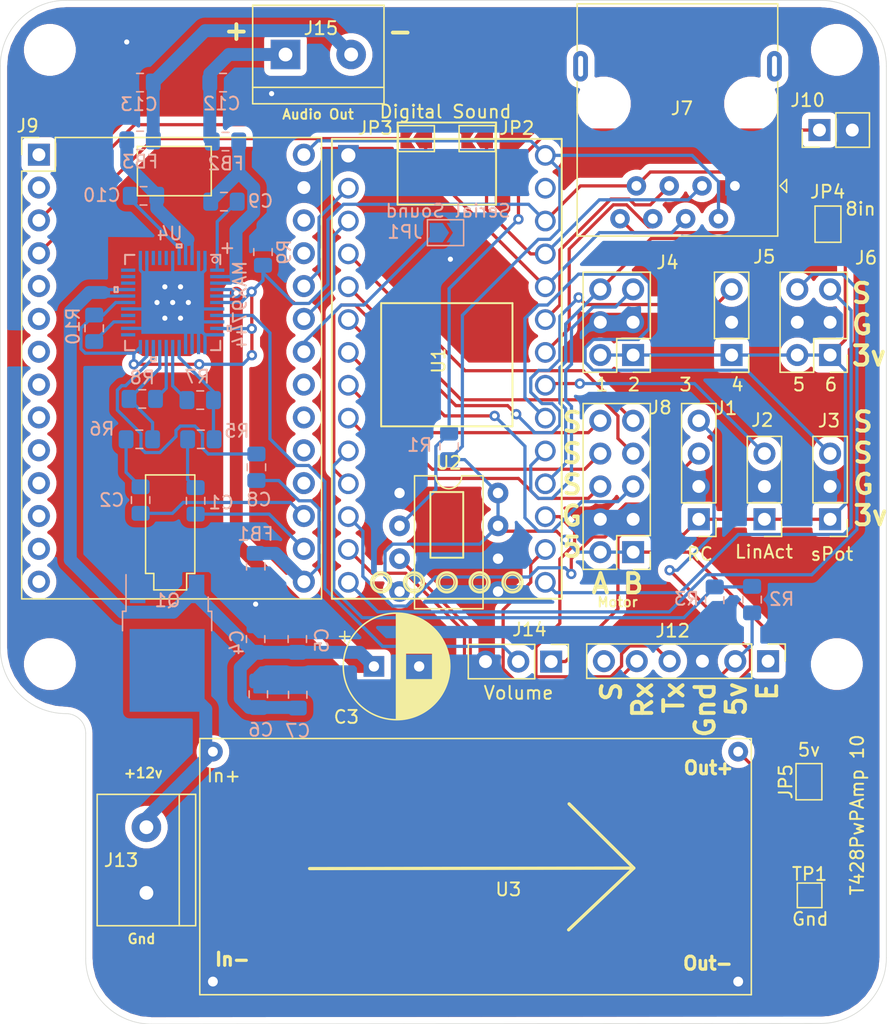
<source format=kicad_pcb>
(kicad_pcb (version 20171130) (host pcbnew "(5.1.6)-1")
  (layers (0 F.Cu signal hide) (31 B.Cu signal hide) (34 B.Paste user) (35 F.Paste user) (36 B.SilkS user) (37 F.SilkS user) (38 B.Mask user) (39 F.Mask user) (44 Edge.Cuts user))
  (net 0 "")
  (net 1 "Net-(J1-Pad3)")
  (net 2 "Net-(J1-Pad4)")
  (net 3 "Net-(J2-Pad3)")
  (net 4 "Net-(J3-Pad3)")
  (net 5 "Net-(J4-Pad6)")
  (net 6 "Net-(J6-Pad6)")
  (net 7 "Net-(J7-Pad5)")
  (net 8 "Net-(J7-Pad6)")
  (net 9 "Net-(J7-Pad8)")
  (net 10 "Net-(J12-Pad1)")
  (net 11 "Net-(J12-Pad6)")
  (net 12 "Net-(J4-Pad5)")
  (net 13 "Net-(J6-Pad5)")
  (net 14 "Net-(J8-Pad5)")
  (net 15 "Net-(J8-Pad6)")
  (net 16 "Net-(J8-Pad7)")
  (net 17 "Net-(J8-Pad8)")
  (net 18 "Net-(J8-Pad9)")
  (net 19 "Net-(J8-Pad10)")
  (net 20 "Net-(J12-Pad4)")
  (net 21 "Net-(J12-Pad5)")
  (net 22 +5V)
  (net 23 GND)
  (net 24 +3V3)
  (net 25 "Net-(J7-Pad3)")
  (net 26 "Net-(J7-Pad4)")
  (net 27 "Net-(J9-Pad1)")
  (net 28 "Net-(J9-Pad3)")
  (net 29 "Net-(J9-Pad6)")
  (net 30 "Net-(J9-Pad8)")
  (net 31 "Net-(J9-Pad9)")
  (net 32 "Net-(J9-Pad10)")
  (net 33 "Net-(J9-Pad11)")
  (net 34 "Net-(J9-Pad12)")
  (net 35 "Net-(J9-Pad13)")
  (net 36 "Net-(J9-Pad14)")
  (net 37 "Net-(J9-Pad15)")
  (net 38 "Net-(J9-Pad16)")
  (net 39 "Net-(J9-Pad17)")
  (net 40 "Net-(J9-Pad19)")
  (net 41 "Net-(J9-Pad21)")
  (net 42 "Net-(U1-Pad27)")
  (net 43 "Net-(J9-Pad5)")
  (net 44 "Net-(J9-Pad7)")
  (net 45 "Net-(J12-Pad2)")
  (net 46 "Net-(J10-Pad1)")
  (net 47 "Net-(J9-Pad18)")
  (net 48 "Net-(J9-Pad20)")
  (net 49 "Net-(J9-Pad22)")
  (net 50 "Net-(J9-Pad23)")
  (net 51 "Net-(J9-Pad25)")
  (net 52 "Net-(J9-Pad27)")
  (net 53 "Net-(JP5-Pad1)")
  (net 54 +12V)
  (net 55 "Net-(R2-Pad1)")
  (net 56 "Net-(J5-Pad3)")
  (net 57 LeftIN)
  (net 58 "Net-(C1-Pad1)")
  (net 59 "Net-(C2-Pad1)")
  (net 60 RightIN)
  (net 61 "Net-(C3-Pad1)")
  (net 62 GNDA)
  (net 63 "Net-(C8-Pad1)")
  (net 64 "Net-(C9-Pad2)")
  (net 65 "Net-(C9-Pad1)")
  (net 66 "Net-(C10-Pad1)")
  (net 67 "Net-(C10-Pad2)")
  (net 68 "Net-(C12-Pad2)")
  (net 69 "Net-(C13-Pad1)")
  (net 70 "Net-(J14-Pad2)")
  (net 71 "Net-(R5-Pad1)")
  (net 72 "Net-(R6-Pad1)")
  (net 73 "Net-(R7-Pad1)")
  (net 74 "Net-(R8-Pad1)")
  (net 75 "Net-(R10-Pad1)")
  (net 76 "Net-(U4-Pad23)")
  (net 77 "Net-(U4-Pad26)")
  (net 78 "Net-(U4-Pad31)")
  (net 79 "Net-(U4-Pad32)")
  (net 80 "Net-(U4-Pad33)")
  (net 81 "Net-(U4-Pad36)")
  (net 82 "Net-(U4-Pad37)")
  (net 83 "Net-(U4-Pad38)")
  (module "Useful Modifications:max9744eth&plus_Mod" (layer B.Cu) (at 121.539 92.202 180)
    (fp_text reference U4 (at 0.22606 5.32892) (layer B.SilkS) (effects (justify mirror)))
    (fp_text value MAX9744 (at -5.19956 -0.16256 270) (layer B.SilkS) (effects (justify mirror)))
    (fp_text user + (at -4.22656 4.27482 180) (layer B.SilkS) (effects (justify mirror)))
    (pad 45 thru_hole circle (at 0.606425 -1.21285 180) (size 0.8 0.8) (drill 0.4) (layers *.Cu *.Mask) (net 23 GND))
    (pad 45 thru_hole circle (at -0.606425 -1.21285 180) (size 0.8 0.8) (drill 0.4) (layers *.Cu *.Mask) (net 23 GND))
    (pad 45 thru_hole circle (at -0.606425 1.21285 180) (size 0.8 0.8) (drill 0.4) (layers *.Cu *.Mask) (net 23 GND))
    (pad 45 thru_hole circle (at 0.606425 1.21285 180) (size 0.8 0.8) (drill 0.4) (layers *.Cu *.Mask) (net 23 GND))
    (pad 45 thru_hole circle (at -1.21285 0 180) (size 0.8 0.8) (drill 0.4) (layers *.Cu *.Mask) (net 23 GND))
    (pad 45 thru_hole circle (at 1.21285 0 180) (size 0.8 0.8) (drill 0.4) (layers *.Cu *.Mask) (net 23 GND))
    (pad 45 thru_hole circle (at 0 0 180) (size 0.8 0.8) (drill 0.4) (layers *.Cu *.Mask) (net 23 GND))
    (pad 1 smd rect (at -3.4456 2.5 90) (size 0.254 1.1) (layers B.Cu B.Paste B.Mask) (net 64 "Net-(C9-Pad2)"))
    (pad 2 smd rect (at -3.4456 2.000001 90) (size 0.254 1.1) (layers B.Cu B.Paste B.Mask) (net 65 "Net-(C9-Pad1)"))
    (pad 3 smd rect (at -3.4456 1.5 90) (size 0.254 1.1) (layers B.Cu B.Paste B.Mask) (net 65 "Net-(C9-Pad1)"))
    (pad 4 smd rect (at -3.4456 1.000001 90) (size 0.254 1.1) (layers B.Cu B.Paste B.Mask) (net 61 "Net-(C3-Pad1)"))
    (pad 5 smd rect (at -3.4456 0.499999 90) (size 0.254 1.1) (layers B.Cu B.Paste B.Mask) (net 61 "Net-(C3-Pad1)"))
    (pad 6 smd rect (at -3.4456 0 90) (size 0.254 1.1) (layers B.Cu B.Paste B.Mask) (net 24 +3V3))
    (pad 7 smd rect (at -3.4456 -0.499999 90) (size 0.254 1.1) (layers B.Cu B.Paste B.Mask) (net 23 GND))
    (pad 8 smd rect (at -3.4456 -1.000001 90) (size 0.254 1.1) (layers B.Cu B.Paste B.Mask) (net 70 "Net-(J14-Pad2)"))
    (pad 9 smd rect (at -3.4456 -1.5 90) (size 0.254 1.1) (layers B.Cu B.Paste B.Mask) (net 23 GND))
    (pad 10 smd rect (at -3.4456 -2.000001 90) (size 0.254 1.1) (layers B.Cu B.Paste B.Mask) (net 24 +3V3))
    (pad 11 smd rect (at -3.4456 -2.5 90) (size 0.254 1.1) (layers B.Cu B.Paste B.Mask) (net 23 GND))
    (pad 12 smd rect (at -2.5 -3.4456 180) (size 0.254 1.1) (layers B.Cu B.Paste B.Mask) (net 23 GND))
    (pad 13 smd rect (at -2.000001 -3.4456 180) (size 0.254 1.1) (layers B.Cu B.Paste B.Mask) (net 23 GND))
    (pad 14 smd rect (at -1.5 -3.4456 180) (size 0.254 1.1) (layers B.Cu B.Paste B.Mask) (net 23 GND))
    (pad 15 smd rect (at -1.000001 -3.4456 180) (size 0.254 1.1) (layers B.Cu B.Paste B.Mask) (net 23 GND))
    (pad 16 smd rect (at -0.499999 -3.4456 180) (size 0.254 1.1) (layers B.Cu B.Paste B.Mask) (net 71 "Net-(R5-Pad1)"))
    (pad 17 smd rect (at 0 -3.4456 180) (size 0.254 1.1) (layers B.Cu B.Paste B.Mask) (net 73 "Net-(R7-Pad1)"))
    (pad 18 smd rect (at 0.499999 -3.4456 180) (size 0.254 1.1) (layers B.Cu B.Paste B.Mask) (net 74 "Net-(R8-Pad1)"))
    (pad 19 smd rect (at 1.000001 -3.4456 180) (size 0.254 1.1) (layers B.Cu B.Paste B.Mask) (net 72 "Net-(R6-Pad1)"))
    (pad 20 smd rect (at 1.5 -3.4456 180) (size 0.254 1.1) (layers B.Cu B.Paste B.Mask) (net 63 "Net-(C8-Pad1)"))
    (pad 21 smd rect (at 2.000001 -3.4456 180) (size 0.254 1.1) (layers B.Cu B.Paste B.Mask) (net 24 +3V3))
    (pad 22 smd rect (at 2.5 -3.4456 180) (size 0.254 1.1) (layers B.Cu B.Paste B.Mask) (net 24 +3V3))
    (pad 23 smd rect (at 3.4456 -2.5 90) (size 0.254 1.1) (layers B.Cu B.Paste B.Mask) (net 76 "Net-(U4-Pad23)"))
    (pad 24 smd rect (at 3.4456 -2.000001 90) (size 0.254 1.1) (layers B.Cu B.Paste B.Mask) (net 23 GND))
    (pad 25 smd rect (at 3.4456 -1.5 90) (size 0.254 1.1) (layers B.Cu B.Paste B.Mask) (net 75 "Net-(R10-Pad1)"))
    (pad 26 smd rect (at 3.4456 -1.000001 90) (size 0.254 1.1) (layers B.Cu B.Paste B.Mask) (net 77 "Net-(U4-Pad26)"))
    (pad 27 smd rect (at 3.4456 -0.499999 90) (size 0.254 1.1) (layers B.Cu B.Paste B.Mask) (net 23 GND))
    (pad 28 smd rect (at 3.4456 0 90) (size 0.254 1.1) (layers B.Cu B.Paste B.Mask) (net 24 +3V3))
    (pad 29 smd rect (at 3.4456 0.499999 90) (size 0.254 1.1) (layers B.Cu B.Paste B.Mask) (net 61 "Net-(C3-Pad1)"))
    (pad 30 smd rect (at 3.4456 1.000001 90) (size 0.254 1.1) (layers B.Cu B.Paste B.Mask) (net 61 "Net-(C3-Pad1)"))
    (pad 31 smd rect (at 3.4456 1.5 90) (size 0.254 1.1) (layers B.Cu B.Paste B.Mask) (net 78 "Net-(U4-Pad31)"))
    (pad 32 smd rect (at 3.4456 2.000001 90) (size 0.254 1.1) (layers B.Cu B.Paste B.Mask) (net 79 "Net-(U4-Pad32)"))
    (pad 33 smd rect (at 3.4456 2.5 90) (size 0.254 1.1) (layers B.Cu B.Paste B.Mask) (net 80 "Net-(U4-Pad33)"))
    (pad 34 smd rect (at 2.5 3.4456 180) (size 0.254 1.1) (layers B.Cu B.Paste B.Mask) (net 23 GND))
    (pad 35 smd rect (at 2.000001 3.4456 180) (size 0.254 1.1) (layers B.Cu B.Paste B.Mask) (net 23 GND))
    (pad 36 smd rect (at 1.5 3.4456 180) (size 0.254 1.1) (layers B.Cu B.Paste B.Mask) (net 81 "Net-(U4-Pad36)"))
    (pad 37 smd rect (at 1.000001 3.4456 180) (size 0.254 1.1) (layers B.Cu B.Paste B.Mask) (net 82 "Net-(U4-Pad37)"))
    (pad 38 smd rect (at 0.499999 3.4456 180) (size 0.254 1.1) (layers B.Cu B.Paste B.Mask) (net 83 "Net-(U4-Pad38)"))
    (pad 39 smd rect (at 0 3.4456 180) (size 0.254 1.1) (layers B.Cu B.Paste B.Mask) (net 23 GND))
    (pad 40 smd rect (at -0.499999 3.4456 180) (size 0.254 1.1) (layers B.Cu B.Paste B.Mask) (net 67 "Net-(C10-Pad2)"))
    (pad 41 smd rect (at -1.000001 3.4456 180) (size 0.254 1.1) (layers B.Cu B.Paste B.Mask) (net 66 "Net-(C10-Pad1)"))
    (pad 42 smd rect (at -1.5 3.4456 180) (size 0.254 1.1) (layers B.Cu B.Paste B.Mask) (net 66 "Net-(C10-Pad1)"))
    (pad 43 smd rect (at -2.000001 3.4456 180) (size 0.254 1.1) (layers B.Cu B.Paste B.Mask) (net 23 GND))
    (pad 44 smd rect (at -2.5 3.4456 180) (size 0.254 1.1) (layers B.Cu B.Paste B.Mask) (net 23 GND))
    (pad 45 smd rect (at 0 0 180) (size 4.8514 4.8514) (layers B.Cu B.Paste B.Mask) (net 23 GND))
  )
  (module "Useful Modifications:TerminalBlock_bornier-2_P5.08mm" (layer F.Cu) (at 130.268 73.025)
    (fp_text reference J15 (at 2.7432 -2.032) (layer F.SilkS))
    (fp_text value "Left Speaker")
    (pad 1 thru_hole rect (at 0 0) (size 2.286 2.286) (drill 1.0668) (layers *.Cu *.Mask) (net 68 "Net-(C12-Pad2)"))
    (pad 2 thru_hole circle (at 5.08 0) (size 2.286 2.286) (drill 1.0668) (layers *.Cu *.Mask) (net 69 "Net-(C13-Pad1)"))
  )
  (module "Useful Modifications:Teensy40_NoMid" (layer F.Cu) (at 142.621 96.8248 270)
    (fp_text reference U1 (at -0.127 0.508 90) (layer F.SilkS))
    (fp_text value Teensy4.0_NoMid)
    (pad 28 thru_hole circle (at -16.002 -7.747 270) (size 1.6 1.6) (drill 1.1) (layers *.Cu *.Mask) (net 22 +5V))
    (pad 27 thru_hole circle (at -13.462 -7.747 270) (size 1.6 1.6) (drill 1.1) (layers *.Cu *.Mask) (net 42 "Net-(U1-Pad27)"))
    (pad 26 thru_hole circle (at -10.922 -7.747 270) (size 1.6 1.6) (drill 1.1) (layers *.Cu *.Mask) (net 24 +3V3))
    (pad 25 thru_hole circle (at -8.382 -7.747 270) (size 1.6 1.6) (drill 1.1) (layers *.Cu *.Mask) (net 25 "Net-(J7-Pad3)"))
    (pad 24 thru_hole circle (at -5.842 -7.747 270) (size 1.6 1.6) (drill 1.1) (layers *.Cu *.Mask) (net 26 "Net-(J7-Pad4)"))
    (pad 23 thru_hole circle (at -3.302 -7.747 270) (size 1.6 1.6) (drill 1.1) (layers *.Cu *.Mask) (net 7 "Net-(J7-Pad5)"))
    (pad 22 thru_hole circle (at -0.762 -7.747 270) (size 1.6 1.6) (drill 1.1) (layers *.Cu *.Mask) (net 8 "Net-(J7-Pad6)"))
    (pad 21 thru_hole circle (at 1.778 -7.747 270) (size 1.6 1.6) (drill 1.1) (layers *.Cu *.Mask) (net 3 "Net-(J2-Pad3)"))
    (pad 20 thru_hole circle (at 4.318 -7.747 270) (size 1.6 1.6) (drill 1.1) (layers *.Cu *.Mask) (net 4 "Net-(J3-Pad3)"))
    (pad 19 thru_hole circle (at 6.858 -7.747 270) (size 1.6 1.6) (drill 1.1) (layers *.Cu *.Mask) (net 12 "Net-(J4-Pad5)"))
    (pad 18 thru_hole circle (at 9.398 -7.747 270) (size 1.6 1.6) (drill 1.1) (layers *.Cu *.Mask) (net 5 "Net-(J4-Pad6)"))
    (pad 17 thru_hole circle (at 11.938 -7.747 270) (size 1.6 1.6) (drill 1.1) (layers *.Cu *.Mask) (net 20 "Net-(J12-Pad4)"))
    (pad 16 thru_hole circle (at 14.478 -7.747 270) (size 1.6 1.6) (drill 1.1) (layers *.Cu *.Mask) (net 21 "Net-(J12-Pad5)"))
    (pad 15 thru_hole circle (at 17.018 -7.747 270) (size 1.6 1.6) (drill 1.1) (layers *.Cu *.Mask) (net 13 "Net-(J6-Pad5)"))
    (pad 1 thru_hole rect (at -16.002 7.493 270) (size 1.6 1.6) (drill 1.1) (layers *.Cu *.Mask) (net 23 GND))
    (pad 2 thru_hole circle (at -13.462 7.493 270) (size 1.6 1.6) (drill 1.1) (layers *.Cu *.Mask) (net 32 "Net-(J9-Pad10)"))
    (pad 3 thru_hole circle (at -10.922 7.493 270) (size 1.6 1.6) (drill 1.1) (layers *.Cu *.Mask) (net 34 "Net-(J9-Pad12)"))
    (pad 4 thru_hole circle (at -8.382 7.493 270) (size 1.6 1.6) (drill 1.1) (layers *.Cu *.Mask) (net 18 "Net-(J8-Pad9)"))
    (pad 5 thru_hole circle (at -5.842 7.493 270) (size 1.6 1.6) (drill 1.1) (layers *.Cu *.Mask) (net 16 "Net-(J8-Pad7)"))
    (pad 6 thru_hole circle (at -3.302 7.493 270) (size 1.6 1.6) (drill 1.1) (layers *.Cu *.Mask) (net 14 "Net-(J8-Pad5)"))
    (pad 7 thru_hole circle (at -0.762 7.493 270) (size 1.6 1.6) (drill 1.1) (layers *.Cu *.Mask) (net 19 "Net-(J8-Pad10)"))
    (pad 8 thru_hole circle (at 1.778 7.493 270) (size 1.6 1.6) (drill 1.1) (layers *.Cu *.Mask) (net 17 "Net-(J8-Pad8)"))
    (pad 9 thru_hole circle (at 4.318 7.493 270) (size 1.6 1.6) (drill 1.1) (layers *.Cu *.Mask) (net 15 "Net-(J8-Pad6)"))
    (pad 10 thru_hole circle (at 6.858 7.493 270) (size 1.6 1.6) (drill 1.1) (layers *.Cu *.Mask) (net 55 "Net-(R2-Pad1)"))
    (pad 11 thru_hole circle (at 9.398 7.493 270) (size 1.6 1.6) (drill 1.1) (layers *.Cu *.Mask) (net 56 "Net-(J5-Pad3)"))
    (pad 12 thru_hole circle (at 11.938 7.493 270) (size 1.6 1.6) (drill 1.1) (layers *.Cu *.Mask) (net 1 "Net-(J1-Pad3)"))
    (pad 13 thru_hole circle (at 14.478 7.493 270) (size 1.6 1.6) (drill 1.1) (layers *.Cu *.Mask) (net 2 "Net-(J1-Pad4)"))
    (pad 14 thru_hole circle (at 17.018 7.493 270) (size 1.6 1.6) (drill 1.1) (layers *.Cu *.Mask) (net 6 "Net-(J6-Pad6)"))
  )
  (module "Useful Modifications:FXSound_HeadPhone_2x14_P2.54mm_Short" (layer F.Cu) (at 111.1885 80.772)
    (fp_text reference J9 (at -0.8763 -2.2352) (layer F.SilkS))
    (fp_text value 28Pin_FXSound)
    (pad 28 thru_hole oval (at 20.5 33.02) (size 1.7 1.7) (drill 1) (layers *.Cu *.Mask) (net 62 GNDA))
    (pad 27 thru_hole oval (at 0 33.02) (size 1.7 1.7) (drill 1) (layers *.Cu *.Mask) (net 52 "Net-(J9-Pad27)"))
    (pad 26 thru_hole oval (at 20.5 30.48) (size 1.7 1.7) (drill 1) (layers *.Cu *.Mask) (net 57 LeftIN))
    (pad 25 thru_hole oval (at 0 30.48) (size 1.7 1.7) (drill 1) (layers *.Cu *.Mask) (net 51 "Net-(J9-Pad25)"))
    (pad 24 thru_hole oval (at 20.5 27.94) (size 1.7 1.7) (drill 1) (layers *.Cu *.Mask) (net 60 RightIN))
    (pad 23 thru_hole oval (at 0 27.94) (size 1.7 1.7) (drill 1) (layers *.Cu *.Mask) (net 50 "Net-(J9-Pad23)"))
    (pad 22 thru_hole oval (at 20.5 25.4) (size 1.7 1.7) (drill 1) (layers *.Cu *.Mask) (net 49 "Net-(J9-Pad22)"))
    (pad 21 thru_hole oval (at 0 25.4) (size 1.7 1.7) (drill 1) (layers *.Cu *.Mask) (net 41 "Net-(J9-Pad21)"))
    (pad 20 thru_hole oval (at 20.5 22.86) (size 1.7 1.7) (drill 1) (layers *.Cu *.Mask) (net 48 "Net-(J9-Pad20)"))
    (pad 19 thru_hole oval (at 0 22.86) (size 1.7 1.7) (drill 1) (layers *.Cu *.Mask) (net 40 "Net-(J9-Pad19)"))
    (pad 18 thru_hole oval (at 20.5 20.32) (size 1.7 1.7) (drill 1) (layers *.Cu *.Mask) (net 47 "Net-(J9-Pad18)"))
    (pad 17 thru_hole oval (at 0 20.32) (size 1.7 1.7) (drill 1) (layers *.Cu *.Mask) (net 39 "Net-(J9-Pad17)"))
    (pad 16 thru_hole oval (at 20.5 17.78) (size 1.7 1.7) (drill 1) (layers *.Cu *.Mask) (net 38 "Net-(J9-Pad16)"))
    (pad 15 thru_hole oval (at 0 17.78) (size 1.7 1.7) (drill 1) (layers *.Cu *.Mask) (net 37 "Net-(J9-Pad15)"))
    (pad 14 thru_hole oval (at 20.5 15.24) (size 1.7 1.7) (drill 1) (layers *.Cu *.Mask) (net 36 "Net-(J9-Pad14)"))
    (pad 13 thru_hole oval (at 0 15.24) (size 1.7 1.7) (drill 1) (layers *.Cu *.Mask) (net 35 "Net-(J9-Pad13)"))
    (pad 12 thru_hole oval (at 20.5 12.7) (size 1.7 1.7) (drill 1) (layers *.Cu *.Mask) (net 34 "Net-(J9-Pad12)"))
    (pad 11 thru_hole oval (at 0 12.7) (size 1.7 1.7) (drill 1) (layers *.Cu *.Mask) (net 33 "Net-(J9-Pad11)"))
    (pad 10 thru_hole oval (at 20.5 10.16) (size 1.7 1.7) (drill 1) (layers *.Cu *.Mask) (net 32 "Net-(J9-Pad10)"))
    (pad 9 thru_hole oval (at 0 10.16) (size 1.7 1.7) (drill 1) (layers *.Cu *.Mask) (net 31 "Net-(J9-Pad9)"))
    (pad 8 thru_hole oval (at 20.5 7.62) (size 1.7 1.7) (drill 1) (layers *.Cu *.Mask) (net 30 "Net-(J9-Pad8)"))
    (pad 7 thru_hole oval (at 0 7.62) (size 1.7 1.7) (drill 1) (layers *.Cu *.Mask) (net 44 "Net-(J9-Pad7)"))
    (pad 6 thru_hole oval (at 20.5 5.08) (size 1.7 1.7) (drill 1) (layers *.Cu *.Mask) (net 29 "Net-(J9-Pad6)"))
    (pad 5 thru_hole oval (at 0 5.08) (size 1.7 1.7) (drill 1) (layers *.Cu *.Mask) (net 43 "Net-(J9-Pad5)"))
    (pad 4 thru_hole oval (at 20.5 2.54) (size 1.7 1.7) (drill 1) (layers *.Cu *.Mask) (net 23 GND))
    (pad 3 thru_hole oval (at 0 2.54) (size 1.7 1.7) (drill 1) (layers *.Cu *.Mask) (net 28 "Net-(J9-Pad3)"))
    (pad 2 thru_hole oval (at 20.5 0) (size 1.7 1.7) (drill 1) (layers *.Cu *.Mask) (net 22 +5V))
    (pad 1 thru_hole rect (at 0 0) (size 1.7 1.7) (drill 1) (layers *.Cu *.Mask) (net 27 "Net-(J9-Pad1)"))
  )
  (module MountingHole:MountingHole_3mm (layer F.Cu) (at 172.924 72.664 180)
    (fp_text reference "" hide)
    (fp_text value "" hide)
    (pad 1 np_thru_hole circle (at 0 0 180) (size 3 3) (drill 3) (layers *.Cu *.Mask))
  )
  (module MountingHole:MountingHole_3mm (layer F.Cu) (at 172.924 120.164 180)
    (fp_text reference "" hide)
    (fp_text value "" hide)
    (pad 1 np_thru_hole circle (at 0 0 180) (size 3 3) (drill 3) (layers *.Cu *.Mask))
  )
  (module MountingHole:MountingHole_3mm (layer F.Cu) (at 112.034 120.164 180)
    (fp_text reference "" hide)
    (fp_text value "" hide)
    (pad 1 np_thru_hole circle (at 0 0 180) (size 3 3) (drill 3) (layers *.Cu *.Mask))
  )
  (module MountingHole:MountingHole_3mm (layer F.Cu) (at 112.034 72.664)
    (fp_text reference "" hide)
    (fp_text value "" hide)
    (pad 1 np_thru_hole circle (at 0 0) (size 3 3) (drill 3) (layers *.Cu *.Mask))
  )
  (module Capacitor_SMD:C_0805_2012Metric_Pad1.15x1.40mm_HandSolder (layer B.Cu) (at 123.31192 107.54106 270)
    (fp_text reference C1 (at 0.136 -1.9812 180) (layer B.SilkS) (effects (justify mirror)))
    (fp_text value 0.47µF)
    (pad 1 smd roundrect (at -1.025 0 270) (size 1.15 1.4) (layers B.Cu B.Paste B.Mask) (roundrect_rratio 0.217391) (net 58 "Net-(C1-Pad1)"))
    (pad 2 smd roundrect (at 1.025 0 270) (size 1.15 1.4) (layers B.Cu B.Paste B.Mask) (roundrect_rratio 0.217391) (net 57 LeftIN))
  )
  (module Capacitor_SMD:C_0805_2012Metric_Pad1.15x1.40mm_HandSolder (layer B.Cu) (at 119.05742 107.4801 270)
    (fp_text reference C2 (at 0 2.2352 180) (layer B.SilkS) (effects (justify mirror)))
    (fp_text value 0.47µF)
    (pad 2 smd roundrect (at 1.025 0 270) (size 1.15 1.4) (layers B.Cu B.Paste B.Mask) (roundrect_rratio 0.217391) (net 60 RightIN))
    (pad 1 smd roundrect (at -1.025 0 270) (size 1.15 1.4) (layers B.Cu B.Paste B.Mask) (roundrect_rratio 0.217391) (net 59 "Net-(C2-Pad1)"))
  )
  (module Capacitor_THT:CP_Radial_D8.0mm_P3.50mm (layer F.Cu) (at 137.1082 120.3452)
    (fp_text reference C3 (at -2.1336 3.9116) (layer F.SilkS))
    (fp_text value 470µF)
    (pad 1 thru_hole rect (at 0 0) (size 1.6 1.6) (drill 0.8) (layers *.Cu *.Mask) (net 61 "Net-(C3-Pad1)"))
    (pad 2 thru_hole circle (at 3.5 0) (size 1.6 1.6) (drill 0.8) (layers *.Cu *.Mask) (net 23 GND))
  )
  (module Capacitor_SMD:C_0805_2012Metric_Pad1.15x1.40mm_HandSolder (layer B.Cu) (at 127.95604 118.22912 270)
    (fp_text reference C4 (at 0.25934 1.44372 90) (layer B.SilkS) (effects (justify mirror)))
    (fp_text value 10µF)
    (pad 1 smd roundrect (at -1.025 0 270) (size 1.15 1.4) (layers B.Cu B.Paste B.Mask) (roundrect_rratio 0.217391) (net 23 GND))
    (pad 2 smd roundrect (at 1.025 0 270) (size 1.15 1.4) (layers B.Cu B.Paste B.Mask) (roundrect_rratio 0.217391) (net 61 "Net-(C3-Pad1)"))
  )
  (module Capacitor_SMD:C_0805_2012Metric_Pad1.15x1.40mm_HandSolder (layer B.Cu) (at 131.18184 118.22912 270)
    (fp_text reference C5 (at 0.10186 -1.904 270) (layer B.SilkS) (effects (justify mirror)))
    (fp_text value 10µF)
    (pad 1 smd roundrect (at -1.025 0 270) (size 1.15 1.4) (layers B.Cu B.Paste B.Mask) (roundrect_rratio 0.217391) (net 23 GND))
    (pad 2 smd roundrect (at 1.025 0 270) (size 1.15 1.4) (layers B.Cu B.Paste B.Mask) (roundrect_rratio 0.217391) (net 61 "Net-(C3-Pad1)"))
  )
  (module Capacitor_SMD:C_0805_2012Metric_Pad1.15x1.40mm_HandSolder (layer B.Cu) (at 128.16586 122.49658 270)
    (fp_text reference C6 (at 2.75844 -0.19304 180) (layer B.SilkS) (effects (justify mirror)))
    (fp_text value 0.1µF)
    (pad 2 smd roundrect (at 1.025 0 270) (size 1.15 1.4) (layers B.Cu B.Paste B.Mask) (roundrect_rratio 0.217391) (net 61 "Net-(C3-Pad1)"))
    (pad 1 smd roundrect (at -1.025 0 270) (size 1.15 1.4) (layers B.Cu B.Paste B.Mask) (roundrect_rratio 0.217391) (net 23 GND))
  )
  (module Capacitor_SMD:C_0805_2012Metric_Pad1.15x1.40mm_HandSolder (layer B.Cu) (at 131.21132 122.53722 270)
    (fp_text reference C7 (at 2.79654 -0.00254 180) (layer B.SilkS) (effects (justify mirror)))
    (fp_text value 0.1µF)
    (pad 2 smd roundrect (at 1.025 0 270) (size 1.15 1.4) (layers B.Cu B.Paste B.Mask) (roundrect_rratio 0.217391) (net 61 "Net-(C3-Pad1)"))
    (pad 1 smd roundrect (at -1.025 0 270) (size 1.15 1.4) (layers B.Cu B.Paste B.Mask) (roundrect_rratio 0.217391) (net 23 GND))
  )
  (module Capacitor_SMD:C_0805_2012Metric_Pad1.15x1.40mm_HandSolder (layer B.Cu) (at 128.01854 104.94264 270)
    (fp_text reference C8 (at 2.5019 -0.1905 180) (layer B.SilkS) (effects (justify mirror)))
    (fp_text value 2.2µF)
    (pad 1 smd roundrect (at -1.025 0 270) (size 1.15 1.4) (layers B.Cu B.Paste B.Mask) (roundrect_rratio 0.217391) (net 63 "Net-(C8-Pad1)"))
    (pad 2 smd roundrect (at 1.025 0 270) (size 1.15 1.4) (layers B.Cu B.Paste B.Mask) (roundrect_rratio 0.217391) (net 62 GNDA))
  )
  (module Capacitor_SMD:C_0805_2012Metric_Pad1.15x1.40mm_HandSolder (layer B.Cu) (at 125.50648 84.40166)
    (fp_text reference C9 (at 2.82956 -0.04572) (layer B.SilkS) (effects (justify mirror)))
    (fp_text value 0.1µF)
    (pad 1 smd roundrect (at -1.025 0) (size 1.15 1.4) (layers B.Cu B.Paste B.Mask) (roundrect_rratio 0.217391) (net 65 "Net-(C9-Pad1)"))
    (pad 2 smd roundrect (at 1.025 0) (size 1.15 1.4) (layers B.Cu B.Paste B.Mask) (roundrect_rratio 0.217391) (net 64 "Net-(C9-Pad2)"))
  )
  (module Capacitor_SMD:C_0805_2012Metric_Pad1.15x1.40mm_HandSolder (layer B.Cu) (at 119.28094 83.95462 180)
    (fp_text reference C10 (at 3.2258 0.0508) (layer B.SilkS) (effects (justify mirror)))
    (fp_text value 0.1µF)
    (pad 2 smd roundrect (at 1.025 0 180) (size 1.15 1.4) (layers B.Cu B.Paste B.Mask) (roundrect_rratio 0.217391) (net 67 "Net-(C10-Pad2)"))
    (pad 1 smd roundrect (at -1.025 0 180) (size 1.15 1.4) (layers B.Cu B.Paste B.Mask) (roundrect_rratio 0.217391) (net 66 "Net-(C10-Pad1)"))
  )
  (module Capacitor_SMD:C_0805_2012Metric_Pad1.15x1.40mm_HandSolder (layer B.Cu) (at 125.43536 75.1967 180)
    (fp_text reference C12 (at 0.1016 -1.6256) (layer B.SilkS) (effects (justify mirror)))
    (fp_text value 470pF)
    (pad 2 smd roundrect (at 1.025 0 180) (size 1.15 1.4) (layers B.Cu B.Paste B.Mask) (roundrect_rratio 0.217391) (net 68 "Net-(C12-Pad2)"))
    (pad 1 smd roundrect (at -1.025 0 180) (size 1.15 1.4) (layers B.Cu B.Paste B.Mask) (roundrect_rratio 0.217391) (net 23 GND))
  )
  (module Capacitor_SMD:C_0805_2012Metric_Pad1.15x1.40mm_HandSolder (layer B.Cu) (at 119.00916 75.1967 180)
    (fp_text reference C13 (at 0.0762 -1.6764) (layer B.SilkS) (effects (justify mirror)))
    (fp_text value 470pF)
    (pad 1 smd roundrect (at -1.025 0 180) (size 1.15 1.4) (layers B.Cu B.Paste B.Mask) (roundrect_rratio 0.217391) (net 69 "Net-(C13-Pad1)"))
    (pad 2 smd roundrect (at 1.025 0 180) (size 1.15 1.4) (layers B.Cu B.Paste B.Mask) (roundrect_rratio 0.217391) (net 23 GND))
  )
  (module Inductor_SMD:L_0805_2012Metric_Pad1.15x1.40mm_HandSolder (layer B.Cu) (at 127.9652 112.6236 270)
    (fp_text reference FB1 (at -2.5146 0.0254 180) (layer B.SilkS) (effects (justify mirror)))
    (fp_text value MPZ2012S221AT00)
    (pad 2 smd roundrect (at 1.025 0 270) (size 1.15 1.4) (layers B.Cu B.Paste B.Mask) (roundrect_rratio 0.217391) (net 23 GND))
    (pad 1 smd roundrect (at -1.025 0 270) (size 1.15 1.4) (layers B.Cu B.Paste B.Mask) (roundrect_rratio 0.217391) (net 62 GNDA))
  )
  (module Inductor_SMD:L_0805_2012Metric_Pad1.15x1.40mm_HandSolder (layer B.Cu) (at 125.62586 79.756 180)
    (fp_text reference FB2 (at -0.0254 -1.7018) (layer B.SilkS) (effects (justify mirror)))
    (fp_text value MPZ2012S221AT00)
    (pad 2 smd roundrect (at 1.025 0 180) (size 1.15 1.4) (layers B.Cu B.Paste B.Mask) (roundrect_rratio 0.217391) (net 68 "Net-(C12-Pad2)"))
    (pad 1 smd roundrect (at -1.025 0 180) (size 1.15 1.4) (layers B.Cu B.Paste B.Mask) (roundrect_rratio 0.217391) (net 65 "Net-(C9-Pad1)"))
  )
  (module Inductor_SMD:L_0805_2012Metric_Pad1.15x1.40mm_HandSolder (layer B.Cu) (at 119.01424 79.66456)
    (fp_text reference FB3 (at 0 1.65) (layer B.SilkS) (effects (justify mirror)))
    (fp_text value MPZ2012S221AT00)
    (pad 1 smd roundrect (at -1.025 0) (size 1.15 1.4) (layers B.Cu B.Paste B.Mask) (roundrect_rratio 0.217391) (net 66 "Net-(C10-Pad1)"))
    (pad 2 smd roundrect (at 1.025 0) (size 1.15 1.4) (layers B.Cu B.Paste B.Mask) (roundrect_rratio 0.217391) (net 69 "Net-(C13-Pad1)"))
  )
  (module Connector_PinHeader_2.54mm:PinHeader_1x04_P2.54mm_Vertical (layer F.Cu) (at 162.2425 108.966 180)
    (fp_text reference J1 (at -2.1209 8.5852) (layer F.SilkS))
    (fp_text value RC)
    (pad 1 thru_hole rect (at 0 0 180) (size 1.7 1.7) (drill 1) (layers *.Cu *.Mask) (net 24 +3V3))
    (pad 2 thru_hole oval (at 0 2.54 180) (size 1.7 1.7) (drill 1) (layers *.Cu *.Mask) (net 23 GND))
    (pad 3 thru_hole oval (at 0 5.08 180) (size 1.7 1.7) (drill 1) (layers *.Cu *.Mask) (net 1 "Net-(J1-Pad3)"))
    (pad 4 thru_hole oval (at 0 7.62 180) (size 1.7 1.7) (drill 1) (layers *.Cu *.Mask) (net 2 "Net-(J1-Pad4)"))
  )
  (module Connector_PinHeader_2.54mm:PinHeader_1x03_P2.54mm_Vertical (layer F.Cu) (at 167.3225 108.966 180)
    (fp_text reference J2 (at 0.1651 7.6708) (layer F.SilkS))
    (fp_text value LinAct)
    (pad 1 thru_hole rect (at 0 0 180) (size 1.7 1.7) (drill 1) (layers *.Cu *.Mask) (net 24 +3V3))
    (pad 2 thru_hole oval (at 0 2.54 180) (size 1.7 1.7) (drill 1) (layers *.Cu *.Mask) (net 23 GND))
    (pad 3 thru_hole oval (at 0 5.08 180) (size 1.7 1.7) (drill 1) (layers *.Cu *.Mask) (net 3 "Net-(J2-Pad3)"))
  )
  (module Connector_PinHeader_2.54mm:PinHeader_1x03_P2.54mm_Vertical (layer F.Cu) (at 172.4025 108.966 180)
    (fp_text reference J3 (at 0.0889 7.62) (layer F.SilkS))
    (fp_text value sPOT)
    (pad 3 thru_hole oval (at 0 5.08 180) (size 1.7 1.7) (drill 1) (layers *.Cu *.Mask) (net 4 "Net-(J3-Pad3)"))
    (pad 2 thru_hole oval (at 0 2.54 180) (size 1.7 1.7) (drill 1) (layers *.Cu *.Mask) (net 23 GND))
    (pad 1 thru_hole rect (at 0 0 180) (size 1.7 1.7) (drill 1) (layers *.Cu *.Mask) (net 24 +3V3))
  )
  (module Connector_PinHeader_2.54mm:PinHeader_2x03_P2.54mm_Vertical (layer F.Cu) (at 157.1625 96.266 180)
    (fp_text reference J4 (at -2.6543 7.1628) (layer F.SilkS))
    (fp_text value "1 2")
    (pad 1 thru_hole rect (at 0 0 180) (size 1.7 1.7) (drill 1) (layers *.Cu *.Mask) (net 24 +3V3))
    (pad 2 thru_hole oval (at 2.54 0 180) (size 1.7 1.7) (drill 1) (layers *.Cu *.Mask) (net 24 +3V3))
    (pad 3 thru_hole oval (at 0 2.54 180) (size 1.7 1.7) (drill 1) (layers *.Cu *.Mask) (net 23 GND))
    (pad 4 thru_hole oval (at 2.54 2.54 180) (size 1.7 1.7) (drill 1) (layers *.Cu *.Mask) (net 23 GND))
    (pad 5 thru_hole oval (at 0 5.08 180) (size 1.7 1.7) (drill 1) (layers *.Cu *.Mask) (net 12 "Net-(J4-Pad5)"))
    (pad 6 thru_hole oval (at 2.54 5.08 180) (size 1.7 1.7) (drill 1) (layers *.Cu *.Mask) (net 5 "Net-(J4-Pad6)"))
  )
  (module Connector_PinHeader_2.54mm:PinHeader_1x03_P2.54mm_Vertical (layer F.Cu) (at 164.7825 96.266 180)
    (fp_text reference J5 (at -2.5273 7.5946) (layer F.SilkS))
    (fp_text value 4)
    (pad 1 thru_hole rect (at 0 0 180) (size 1.7 1.7) (drill 1) (layers *.Cu *.Mask) (net 24 +3V3))
    (pad 2 thru_hole oval (at 0 2.54 180) (size 1.7 1.7) (drill 1) (layers *.Cu *.Mask) (net 23 GND))
    (pad 3 thru_hole oval (at 0 5.08 180) (size 1.7 1.7) (drill 1) (layers *.Cu *.Mask) (net 56 "Net-(J5-Pad3)"))
  )
  (module Connector_PinHeader_2.54mm:PinHeader_2x03_P2.54mm_Vertical (layer F.Cu) (at 172.4025 96.266 180)
    (fp_text reference J6 (at -2.7813 7.5184) (layer F.SilkS))
    (fp_text value "5 6")
    (pad 1 thru_hole rect (at 0 0 180) (size 1.7 1.7) (drill 1) (layers *.Cu *.Mask) (net 24 +3V3))
    (pad 2 thru_hole oval (at 2.54 0 180) (size 1.7 1.7) (drill 1) (layers *.Cu *.Mask) (net 24 +3V3))
    (pad 3 thru_hole oval (at 0 2.54 180) (size 1.7 1.7) (drill 1) (layers *.Cu *.Mask) (net 23 GND))
    (pad 4 thru_hole oval (at 2.54 2.54 180) (size 1.7 1.7) (drill 1) (layers *.Cu *.Mask) (net 23 GND))
    (pad 5 thru_hole oval (at 0 5.08 180) (size 1.7 1.7) (drill 1) (layers *.Cu *.Mask) (net 13 "Net-(J6-Pad5)"))
    (pad 6 thru_hole oval (at 2.54 5.08 180) (size 1.7 1.7) (drill 1) (layers *.Cu *.Mask) (net 6 "Net-(J6-Pad6)"))
  )
  (module "Useful Modifications:RJ45_x08_Horizontal_tabs" (layer F.Cu) (at 165.0365 83.185 180)
    (fp_text reference J7 (at 4.1021 5.9944) (layer F.SilkS))
    (fp_text value 8P8C)
    (pad 10 thru_hole oval (at 11.938 9.25195 180) (size 1.14 2.362) (drill oval 0.381 1.6) (layers *.Cu *.Mask))
    (pad 9 thru_hole oval (at -3.0607 9.25195 180) (size 1.14 2.362) (drill oval 0.381 1.6) (layers *.Cu *.Mask))
    (pad 8 thru_hole circle (at 8.89 -2.54 180) (size 1.5 1.5) (drill 0.76) (layers *.Cu *.Mask) (net 9 "Net-(J7-Pad8)"))
    (pad 7 thru_hole circle (at 7.62 0 180) (size 1.5 1.5) (drill 0.76) (layers *.Cu *.Mask) (net 24 +3V3))
    (pad 6 thru_hole circle (at 6.35 -2.54 180) (size 1.5 1.5) (drill 0.76) (layers *.Cu *.Mask) (net 8 "Net-(J7-Pad6)"))
    (pad 5 thru_hole circle (at 5.08 0 180) (size 1.5 1.5) (drill 0.76) (layers *.Cu *.Mask) (net 7 "Net-(J7-Pad5)"))
    (pad 4 thru_hole circle (at 3.81 -2.54 180) (size 1.5 1.5) (drill 0.76) (layers *.Cu *.Mask) (net 26 "Net-(J7-Pad4)"))
    (pad 3 thru_hole circle (at 2.54 0 180) (size 1.5 1.5) (drill 0.76) (layers *.Cu *.Mask) (net 25 "Net-(J7-Pad3)"))
    (pad 2 thru_hole circle (at 1.27 -2.54 180) (size 1.5 1.5) (drill 0.76) (layers *.Cu *.Mask) (net 22 +5V))
    (pad 1 thru_hole rect (at 0 0 180) (size 1.5 1.5) (drill 0.76) (layers *.Cu *.Mask) (net 23 GND))
    (pad "" np_thru_hole circle (at -1.27 6.35 180) (size 3.200001 3.200001) (drill 3.200001) (layers *.Cu *.Mask))
    (pad "" np_thru_hole circle (at 10.16 6.35 180) (size 3.2 3.2) (drill 3.2) (layers *.Cu *.Mask))
  )
  (module Connector_PinHeader_2.54mm:PinHeader_2x05_P2.54mm_Vertical (layer F.Cu) (at 157.1625 111.506 180)
    (fp_text reference J8 (at -2.1209 11.176) (layer F.SilkS))
    (fp_text value "Motor Driver")
    (pad 1 thru_hole rect (at 0 0 180) (size 1.7 1.7) (drill 1) (layers *.Cu *.Mask) (net 22 +5V))
    (pad 2 thru_hole oval (at 2.54 0 180) (size 1.7 1.7) (drill 1) (layers *.Cu *.Mask) (net 22 +5V))
    (pad 3 thru_hole oval (at 0 2.54 180) (size 1.7 1.7) (drill 1) (layers *.Cu *.Mask) (net 23 GND))
    (pad 4 thru_hole oval (at 2.54 2.54 180) (size 1.7 1.7) (drill 1) (layers *.Cu *.Mask) (net 23 GND))
    (pad 5 thru_hole oval (at 0 5.08 180) (size 1.7 1.7) (drill 1) (layers *.Cu *.Mask) (net 14 "Net-(J8-Pad5)"))
    (pad 6 thru_hole oval (at 2.54 5.08 180) (size 1.7 1.7) (drill 1) (layers *.Cu *.Mask) (net 15 "Net-(J8-Pad6)"))
    (pad 7 thru_hole oval (at 0 7.62 180) (size 1.7 1.7) (drill 1) (layers *.Cu *.Mask) (net 16 "Net-(J8-Pad7)"))
    (pad 8 thru_hole oval (at 2.54 7.62 180) (size 1.7 1.7) (drill 1) (layers *.Cu *.Mask) (net 17 "Net-(J8-Pad8)"))
    (pad 9 thru_hole oval (at 0 10.16 180) (size 1.7 1.7) (drill 1) (layers *.Cu *.Mask) (net 18 "Net-(J8-Pad9)"))
    (pad 10 thru_hole oval (at 2.54 10.16 180) (size 1.7 1.7) (drill 1) (layers *.Cu *.Mask) (net 19 "Net-(J8-Pad10)"))
  )
  (module Connector_PinHeader_2.54mm:PinHeader_1x02_P2.54mm_Vertical (layer F.Cu) (at 171.577 78.867 90)
    (fp_text reference J10 (at 2.3114 -0.9144 180) (layer F.SilkS))
    (fp_text value "BT Switch")
    (pad 1 thru_hole rect (at 0 0 90) (size 1.7 1.7) (drill 1) (layers *.Cu *.Mask) (net 46 "Net-(J10-Pad1)"))
    (pad 2 thru_hole oval (at 0 2.54 90) (size 1.7 1.7) (drill 1) (layers *.Cu *.Mask) (net 23 GND))
  )
  (module Connector_PinHeader_2.54mm:PinHeader_1x06_P2.54mm_Vertical (layer F.Cu) (at 167.60444 119.9388 270)
    (fp_text reference J12 (at -2.3495 7.38124 180) (layer F.SilkS))
    (fp_text value BT)
    (pad 6 thru_hole oval (at 0 12.7 270) (size 1.7 1.7) (drill 1) (layers *.Cu *.Mask) (net 11 "Net-(J12-Pad6)"))
    (pad 5 thru_hole oval (at 0 10.16 270) (size 1.7 1.7) (drill 1) (layers *.Cu *.Mask) (net 21 "Net-(J12-Pad5)"))
    (pad 4 thru_hole oval (at 0 7.62 270) (size 1.7 1.7) (drill 1) (layers *.Cu *.Mask) (net 20 "Net-(J12-Pad4)"))
    (pad 3 thru_hole oval (at 0 5.08 270) (size 1.7 1.7) (drill 1) (layers *.Cu *.Mask) (net 23 GND))
    (pad 2 thru_hole oval (at 0 2.54 270) (size 1.7 1.7) (drill 1) (layers *.Cu *.Mask) (net 45 "Net-(J12-Pad2)"))
    (pad 1 thru_hole rect (at 0 0 270) (size 1.7 1.7) (drill 1) (layers *.Cu *.Mask) (net 10 "Net-(J12-Pad1)"))
  )
  (module "Useful Modifications:TerminalBlock_bornier-2_P5.08mm" (layer F.Cu) (at 119.507 137.8585 90)
    (fp_text reference J13 (at 2.5273 -1.9558 180) (layer F.SilkS))
    (fp_text value "Main Power")
    (pad 1 thru_hole rect (at 0 0 90) (size 2.286 2.286) (drill 1.0668) (layers *.Cu *.Mask) (net 23 GND))
    (pad 2 thru_hole circle (at 5.08 0 90) (size 2.286 2.286) (drill 1.0668) (layers *.Cu *.Mask) (net 54 +12V))
  )
  (module Connector_PinHeader_2.54mm:PinHeader_1x03_P2.54mm_Vertical (layer F.Cu) (at 150.82012 119.96928 270)
    (fp_text reference J14 (at -2.47396 1.67894 180) (layer F.SilkS))
    (fp_text value Volume)
    (pad 3 thru_hole oval (at 0 5.08 270) (size 1.7 1.7) (drill 1) (layers *.Cu *.Mask) (net 23 GND))
    (pad 2 thru_hole oval (at 0 2.54 270) (size 1.7 1.7) (drill 1) (layers *.Cu *.Mask) (net 70 "Net-(J14-Pad2)"))
    (pad 1 thru_hole rect (at 0 0 270) (size 1.7 1.7) (drill 1) (layers *.Cu *.Mask) (net 24 +3V3))
  )
  (module Jumper:SolderJumper-2_P1.3mm_Open_TrianglePad1.0x1.5mm (layer B.Cu) (at 142.64894 86.80196)
    (fp_text reference JP1 (at -3.1496 -0.0508) (layer B.SilkS) (effects (justify mirror)))
    (fp_text value "Serial Sound")
    (pad 1 smd custom (at -0.725 0) (size 0.3 0.3) (layers B.Cu B.Mask) (net 36 "Net-(J9-Pad14)") (options (clearance outline) (anchor rect)) (primitives (gr_poly (pts (xy -0.5 0.75) (xy 0.5 0.75) (xy 1 0) (xy 0.5 -0.75) (xy -0.5 -0.75)) (width 0))))
    (pad 2 smd custom (at 0.725 0) (size 0.3 0.3) (layers B.Cu B.Mask) (net 23 GND) (options (clearance outline) (anchor rect)) (primitives (gr_poly (pts (xy -0.65 0.75) (xy 0.5 0.75) (xy 0.5 -0.75) (xy -0.65 -0.75) (xy -0.15 0)) (width 0))))
  )
  (module Jumper:SolderJumper-2_P1.3mm_Open_TrianglePad1.0x1.5mm (layer F.Cu) (at 145.0986 79.5274 180)
    (fp_text reference JP2 (at -3.0596 0.8128) (layer F.SilkS))
    (fp_text value "Digial Sound")
    (pad 1 smd custom (at -0.725 0 180) (size 0.3 0.3) (layers F.Cu F.Mask) (net 25 "Net-(J7-Pad3)") (options (clearance outline) (anchor rect)) (primitives (gr_poly (pts (xy -0.5 -0.75) (xy 0.5 -0.75) (xy 1 0) (xy 0.5 0.75) (xy -0.5 0.75)) (width 0))))
    (pad 2 smd custom (at 0.725 0 180) (size 0.3 0.3) (layers F.Cu F.Mask) (net 43 "Net-(J9-Pad5)") (options (clearance outline) (anchor rect)) (primitives (gr_poly (pts (xy -0.65 -0.75) (xy 0.5 -0.75) (xy 0.5 0.75) (xy -0.65 0.75) (xy -0.15 0)) (width 0))))
  )
  (module Jumper:SolderJumper-2_P1.3mm_Open_TrianglePad1.0x1.5mm (layer F.Cu) (at 140.3858 79.5274 180)
    (fp_text reference JP3 (at 3.175 0.8128 180) (layer F.SilkS))
    (fp_text value "Digial Sound")
    (pad 2 smd custom (at 0.725 0 180) (size 0.3 0.3) (layers F.Cu F.Mask) (net 44 "Net-(J9-Pad7)") (options (clearance outline) (anchor rect)) (primitives (gr_poly (pts (xy -0.65 -0.75) (xy 0.5 -0.75) (xy 0.5 0.75) (xy -0.65 0.75) (xy -0.15 0)) (width 0))))
    (pad 1 smd custom (at -0.725 0 180) (size 0.3 0.3) (layers F.Cu F.Mask) (net 26 "Net-(J7-Pad4)") (options (clearance outline) (anchor rect)) (primitives (gr_poly (pts (xy -0.5 -0.75) (xy 0.5 -0.75) (xy 1 0) (xy 0.5 0.75) (xy -0.5 0.75)) (width 0))))
  )
  (module Jumper:SolderJumper-2_P1.3mm_Open_TrianglePad1.0x1.5mm (layer F.Cu) (at 172.2374 86.143 90)
    (fp_text reference JP4 (at 2.5008 -0.0254 180) (layer F.SilkS))
    (fp_text value "Optional Input")
    (pad 1 smd custom (at -0.725 0 90) (size 0.3 0.3) (layers F.Cu F.Mask) (net 5 "Net-(J4-Pad6)") (options (clearance outline) (anchor rect)) (primitives (gr_poly (pts (xy -0.5 -0.75) (xy 0.5 -0.75) (xy 1 0) (xy 0.5 0.75) (xy -0.5 0.75)) (width 0))))
    (pad 2 smd custom (at 0.725 0 90) (size 0.3 0.3) (layers F.Cu F.Mask) (net 9 "Net-(J7-Pad8)") (options (clearance outline) (anchor rect)) (primitives (gr_poly (pts (xy -0.65 -0.75) (xy 0.5 -0.75) (xy 0.5 0.75) (xy -0.65 0.75) (xy -0.15 0)) (width 0))))
  )
  (module Jumper:SolderJumper-2_P1.3mm_Open_TrianglePad1.0x1.5mm (layer F.Cu) (at 170.7642 129.2606 90)
    (fp_text reference JP5 (at 0 -1.8 90) (layer F.SilkS))
    (fp_text value "5v Jumper")
    (pad 2 smd custom (at 0.725 0 90) (size 0.3 0.3) (layers F.Cu F.Mask) (net 22 +5V) (options (clearance outline) (anchor rect)) (primitives (gr_poly (pts (xy -0.65 -0.75) (xy 0.5 -0.75) (xy 0.5 0.75) (xy -0.65 0.75) (xy -0.15 0)) (width 0))))
    (pad 1 smd custom (at -0.725 0 90) (size 0.3 0.3) (layers F.Cu F.Mask) (net 53 "Net-(JP5-Pad1)") (options (clearance outline) (anchor rect)) (primitives (gr_poly (pts (xy -0.5 -0.75) (xy 0.5 -0.75) (xy 1 0) (xy 0.5 0.75) (xy -0.5 0.75)) (width 0))))
  )
  (module Resistor_SMD:R_0805_2012Metric_Pad1.15x1.40mm_HandSolder (layer B.Cu) (at 142.9258 103.3272 270)
    (fp_text reference R1 (at -0.1016 2.286 180) (layer B.SilkS) (effects (justify mirror)))
    (fp_text value R)
    (pad 2 smd roundrect (at 1.025 0 270) (size 1.15 1.4) (layers B.Cu B.Paste B.Mask) (roundrect_rratio 0.217391) (net 22 +5V))
    (pad 1 smd roundrect (at -1.025 0 270) (size 1.15 1.4) (layers B.Cu B.Paste B.Mask) (roundrect_rratio 0.217391) (net 46 "Net-(J10-Pad1)"))
  )
  (module Resistor_SMD:R_0805_2012Metric_Pad1.15x1.40mm_HandSolder (layer B.Cu) (at 166.36746 115.17884 270)
    (fp_text reference R2 (at -0.0381 -2.286 180) (layer B.SilkS) (effects (justify mirror)))
    (fp_text value 1K)
    (pad 2 smd roundrect (at 1.025 0 270) (size 1.15 1.4) (layers B.Cu B.Paste B.Mask) (roundrect_rratio 0.217391) (net 45 "Net-(J12-Pad2)"))
    (pad 1 smd roundrect (at -1.025 0 270) (size 1.15 1.4) (layers B.Cu B.Paste B.Mask) (roundrect_rratio 0.217391) (net 55 "Net-(R2-Pad1)"))
  )
  (module Resistor_SMD:R_0805_2012Metric_Pad1.15x1.40mm_HandSolder (layer B.Cu) (at 163.4744 115.22202 90)
    (fp_text reference R3 (at 0.1016 -2.1844 180) (layer B.SilkS) (effects (justify mirror)))
    (fp_text value 10K)
    (pad 2 smd roundrect (at 1.025 0 90) (size 1.15 1.4) (layers B.Cu B.Paste B.Mask) (roundrect_rratio 0.217391) (net 55 "Net-(R2-Pad1)"))
    (pad 1 smd roundrect (at -1.025 0 90) (size 1.15 1.4) (layers B.Cu B.Paste B.Mask) (roundrect_rratio 0.217391) (net 23 GND))
  )
  (module Resistor_SMD:R_0805_2012Metric_Pad1.15x1.40mm_HandSolder (layer B.Cu) (at 123.71832 102.7811 180)
    (fp_text reference R5 (at -2.78638 0.64262) (layer B.SilkS) (effects (justify mirror)))
    (fp_text value 20K)
    (pad 2 smd roundrect (at 1.025 0 180) (size 1.15 1.4) (layers B.Cu B.Paste B.Mask) (roundrect_rratio 0.217391) (net 58 "Net-(C1-Pad1)"))
    (pad 1 smd roundrect (at -1.025 0 180) (size 1.15 1.4) (layers B.Cu B.Paste B.Mask) (roundrect_rratio 0.217391) (net 71 "Net-(R5-Pad1)"))
  )
  (module Resistor_SMD:R_0805_2012Metric_Pad1.15x1.40mm_HandSolder (layer B.Cu) (at 118.95836 102.7811 180)
    (fp_text reference R6 (at 2.90068 0.80264) (layer B.SilkS) (effects (justify mirror)))
    (fp_text value 20K)
    (pad 1 smd roundrect (at -1.025 0 180) (size 1.15 1.4) (layers B.Cu B.Paste B.Mask) (roundrect_rratio 0.217391) (net 72 "Net-(R6-Pad1)"))
    (pad 2 smd roundrect (at 1.025 0 180) (size 1.15 1.4) (layers B.Cu B.Paste B.Mask) (roundrect_rratio 0.217391) (net 59 "Net-(C2-Pad1)"))
  )
  (module Resistor_SMD:R_0805_2012Metric_Pad1.15x1.40mm_HandSolder (layer B.Cu) (at 123.66752 99.74834)
    (fp_text reference R7 (at -0.2286 -1.8034) (layer B.SilkS) (effects (justify mirror)))
    (fp_text value 20K)
    (pad 1 smd roundrect (at -1.025 0) (size 1.15 1.4) (layers B.Cu B.Paste B.Mask) (roundrect_rratio 0.217391) (net 73 "Net-(R7-Pad1)"))
    (pad 2 smd roundrect (at 1.025 0) (size 1.15 1.4) (layers B.Cu B.Paste B.Mask) (roundrect_rratio 0.217391) (net 71 "Net-(R5-Pad1)"))
  )
  (module Resistor_SMD:R_0805_2012Metric_Pad1.15x1.40mm_HandSolder (layer B.Cu) (at 119.18442 99.65944 180)
    (fp_text reference R8 (at 0 1.65) (layer B.SilkS) (effects (justify mirror)))
    (fp_text value 20K)
    (pad 2 smd roundrect (at 1.025 0 180) (size 1.15 1.4) (layers B.Cu B.Paste B.Mask) (roundrect_rratio 0.217391) (net 72 "Net-(R6-Pad1)"))
    (pad 1 smd roundrect (at -1.025 0 180) (size 1.15 1.4) (layers B.Cu B.Paste B.Mask) (roundrect_rratio 0.217391) (net 74 "Net-(R8-Pad1)"))
  )
  (module Resistor_SMD:R_0805_2012Metric_Pad1.15x1.40mm_HandSolder (layer B.Cu) (at 128.524 88.2994 90)
    (fp_text reference R9 (at 0 1.65 270) (layer B.SilkS) (effects (justify mirror)))
    (fp_text value 10K)
    (pad 1 smd roundrect (at -1.025 0 90) (size 1.15 1.4) (layers B.Cu B.Paste B.Mask) (roundrect_rratio 0.217391) (net 24 +3V3))
    (pad 2 smd roundrect (at 1.025 0 90) (size 1.15 1.4) (layers B.Cu B.Paste B.Mask) (roundrect_rratio 0.217391) (net 23 GND))
  )
  (module Resistor_SMD:R_0805_2012Metric_Pad1.15x1.40mm_HandSolder (layer B.Cu) (at 115.46586 94.1959 90)
    (fp_text reference R10 (at 0.16002 -1.63322 270) (layer B.SilkS) (effects (justify mirror)))
    (fp_text value 10K)
    (pad 1 smd roundrect (at -1.025 0 90) (size 1.15 1.4) (layers B.Cu B.Paste B.Mask) (roundrect_rratio 0.217391) (net 75 "Net-(R10-Pad1)"))
    (pad 2 smd roundrect (at 1.025 0 90) (size 1.15 1.4) (layers B.Cu B.Paste B.Mask) (roundrect_rratio 0.217391) (net 24 +3V3))
  )
  (module TestPoint:TestPoint_Pad_1.5x1.5mm (layer F.Cu) (at 170.815 138.049)
    (fp_text reference TP1 (at 0 -1.648) (layer F.SilkS))
    (fp_text value TestPoint)
    (pad 1 smd rect (at 0 0) (size 1.5 1.5) (layers F.Cu F.Mask) (net 23 GND))
  )
  (module Package_DIP:DIP-8_W7.62mm (layer F.Cu) (at 139.0904 106.934)
    (fp_text reference U2 (at 3.81 -2.33) (layer F.SilkS))
    (fp_text value NA555-Timer)
    (pad 8 thru_hole oval (at 7.62 0) (size 1.6 1.6) (drill 0.8) (layers *.Cu *.Mask) (net 22 +5V))
    (pad 4 thru_hole oval (at 0 7.62) (size 1.6 1.6) (drill 0.8) (layers *.Cu *.Mask) (net 22 +5V))
    (pad 7 thru_hole oval (at 7.62 2.54) (size 1.6 1.6) (drill 0.8) (layers *.Cu *.Mask) (net 22 +5V))
    (pad 3 thru_hole oval (at 0 5.08) (size 1.6 1.6) (drill 0.8) (layers *.Cu *.Mask) (net 45 "Net-(J12-Pad2)"))
    (pad 6 thru_hole oval (at 7.62 5.08) (size 1.6 1.6) (drill 0.8) (layers *.Cu *.Mask) (net 23 GND))
    (pad 2 thru_hole oval (at 0 2.54) (size 1.6 1.6) (drill 0.8) (layers *.Cu *.Mask) (net 46 "Net-(J10-Pad1)"))
    (pad 5 thru_hole oval (at 7.62 7.62) (size 1.6 1.6) (drill 0.8) (layers *.Cu *.Mask) (net 23 GND))
    (pad 1 thru_hole rect (at 0 0) (size 1.6 1.6) (drill 0.8) (layers *.Cu *.Mask) (net 23 GND))
  )
  (module "Useful Modifications:Regulator_LM2596Adj" (layer F.Cu) (at 147.5105 137.0965)
    (fp_text reference U3 (at 0 0.5) (layer F.SilkS))
    (fp_text value TMR_1-0511_mod)
    (fp_text user Out- (at 15.4305 6.2103) (layer F.SilkS) (effects (font (thickness 0.25))))
    (fp_text user Out+ (at 15.4813 -8.9027) (layer F.SilkS) (effects (font (thickness 0.25))))
    (fp_text user In- (at -21.3487 5.9055) (layer F.SilkS) (effects (font (thickness 0.25))))
    (fp_text user In+ (at -22.0218 -8.3058) (layer F.SilkS))
    (pad 2 thru_hole circle (at -22.86 -10.16) (size 1.524 1.524) (drill 0.762) (layers *.Cu *.Mask) (net 54 +12V))
    (pad 1 thru_hole circle (at -22.86 7.62) (size 1.524 1.524) (drill 0.762) (layers *.Cu *.Mask) (net 23 GND))
    (pad 3 thru_hole circle (at 17.78 -10.16) (size 1.524 1.524) (drill 0.762) (layers *.Cu *.Mask) (net 53 "Net-(JP5-Pad1)"))
    (pad 4 thru_hole circle (at 17.78 7.62) (size 1.524 1.524) (drill 0.762) (layers *.Cu *.Mask) (net 23 GND))
  )
  (module "Useful Modifications:TO-252-2pin3D" (layer B.Cu) (at 121.1082 118.5514 270)
    (fp_text reference Q1 (at -3.30906 -0.02694 180) (layer B.SilkS) (effects (justify mirror)))
    (fp_text value AOD417)
    (pad 1 smd rect (at -4.2 2.28 270) (size 2.2 1.2) (layers B.Cu B.Paste B.Mask) (net 23 GND))
    (pad 2 smd rect (at -4.2 -2.28 270) (size 2.2 1.2) (layers B.Cu B.Paste B.Mask) (net 61 "Net-(C3-Pad1)"))
    (pad 3 smd rect (at 2.1 0 270) (size 6.4 5.8) (layers B.Cu B.Mask) (net 54 +12V))
  )
  (gr_text "Audio Out" (at 132.78612 77.65034) (layer F.SilkS) (effects (font (size 0.75 0.75))))
  (gr_text - (at 139.1412 71.2216) (layer F.SilkS) (effects (font (size 1.5 1.5) (thickness 0.3))))
  (gr_text + (at 126.4666 71.1454) (layer F.SilkS) (effects (font (size 1.5 1.5) (thickness 0.3))))
  (gr_text Gnd (at 170.8658 139.8778) (layer F.SilkS) (effects (font (size 1 1))))
  (gr_text Volume (at 148.2979 122.39244) (layer F.SilkS) (effects (font (size 1 1))))
  (gr_text sPot (at 172.5422 111.6584) (layer F.SilkS) (effects (font (size 1 1))))
  (gr_text LinAct (at 167.2844 111.4806) (layer F.SilkS) (effects (font (size 1 1))))
  (gr_text RC (at 162.3314 111.6584) (layer F.SilkS) (effects (font (size 1 1))))
  (gr_text 8in (at 174.752 84.963) (layer F.SilkS) (effects (font (size 1 1))))
  (gr_text "Serial Sound" (at 142.8496 85.1154) (layer B.SilkS) (effects (font (size 1 1)) (justify mirror)))
  (gr_text "Digital Sound" (at 142.6464 77.4446) (layer F.SilkS) (effects (font (size 1 1))))
  (gr_text 5v (at 170.7642 126.7968) (layer F.SilkS) (effects (font (size 1 1))))
  (gr_text "Motor\n" (at 154.305 115.3668) (layer F.SilkS) (effects (font (size 0.75 0.75)) (justify left)))
  (gr_text +12v (at 119.253 128.5875) (layer F.SilkS) (effects (font (size 0.762 0.762) (thickness 0.1524))))
  (gr_text "A B" (at 155.956 113.9444) (layer F.SilkS) (effects (font (size 1.4986 1.4986) (thickness 0.29972))))
  (gr_text "S\nRx\nTx\nGnd\n5v\nE" (at 161.51606 121.3866 90) (layer F.SilkS) (effects (font (size 1.5 1.5) (thickness 0.3)) (justify right)))
  (gr_text "1  2    3    4     5  6" (at 154.178 98.552) (layer F.SilkS) (effects (font (size 1 1)) (justify left)))
  (gr_text "S\nS\nS\nG\n5" (at 153.3525 106.299) (layer F.SilkS) (effects (font (size 1.5 1.5) (thickness 0.3)) (justify right)))
  (gr_text Gnd (at 119.126 141.4145) (layer F.SilkS) (effects (font (size 0.762 0.762) (thickness 0.1524))))
  (gr_arc (start 171.674 142.875) (end 171.6735 147.955) (angle -90) (layer Edge.Cuts) (width 0.05))
  (gr_line (start 119.888 148) (end 171.674 147.955) (layer Edge.Cuts) (width 0.05))
  (gr_arc (start 119.888 142.92) (end 114.808 142.92) (angle -90) (layer Edge.Cuts) (width 0.05))
  (gr_arc (start 113.284 125.518) (end 114.808 125.518) (angle -90) (layer Edge.Cuts) (width 0.05))
  (gr_line (start 114.808 125.518) (end 114.808 142.92) (layer Edge.Cuts) (width 0.05))
  (gr_text "T428PwPAmp 10" (at 174.498 131.826 90) (layer F.SilkS) (effects (font (size 1 1))))
  (gr_text "S\nS\nG\n3v" (at 174.0408 105.0544) (layer F.SilkS) (effects (font (size 1.5 1.5) (thickness 0.3)) (justify left)))
  (gr_text "S\nG\n3v\n" (at 173.9265 93.9165) (layer F.SilkS) (effects (font (size 1.5 1.5) (thickness 0.3)) (justify left)))
  (gr_line (start 176.754 142.875) (end 176.754 73.914) (layer Edge.Cuts) (width 0.05))
  (gr_line (start 108.204 73.914) (end 108.204 118.914) (layer Edge.Cuts) (width 0.05))
  (gr_arc (start 113.284 118.914) (end 108.204 118.914) (angle -90) (layer Edge.Cuts) (width 0.05))
  (gr_line (start 113.284 68.834) (end 118.364 68.834) (layer Edge.Cuts) (width 0.05))
  (gr_line (start 171.674 68.834) (end 118.364 68.834) (layer Edge.Cuts) (width 0.05))
  (gr_arc (start 113.284 73.914) (end 113.284 68.834) (angle -90) (layer Edge.Cuts) (width 0.05))
  (gr_arc (start 171.674 73.914) (end 176.754 73.914) (angle -90) (layer Edge.Cuts) (width 0.05))
  (segment (start 152.37714 112.012358) (end 152.37714 113.1951) (width 0.25) (layer F.Cu) (net 1))
  (segment (start 154.058499 110.330999) (end 152.37714 112.012358) (width 0.25) (layer F.Cu) (net 1))
  (segment (start 154.996503 110.330999) (end 154.058499 110.330999) (width 0.25) (layer F.Cu) (net 1))
  (segment (start 158.337501 107.790999) (end 156.598499 107.790999) (width 0.25) (layer F.Cu) (net 1))
  (via (at 152.37714 113.1951) (size 0.8) (drill 0.4) (layers F.Cu B.Cu) (net 1))
  (segment (start 162.2425 103.886) (end 158.337501 107.790999) (width 0.25) (layer F.Cu) (net 1))
  (segment (start 156.598499 107.790999) (end 155.797501 108.591997) (width 0.25) (layer F.Cu) (net 1))
  (segment (start 155.797501 108.591997) (end 155.797501 109.530001) (width 0.25) (layer F.Cu) (net 1))
  (segment (start 155.797501 109.530001) (end 154.996503 110.330999) (width 0.25) (layer F.Cu) (net 1))
  (segment (start 136.253001 113.381603) (end 136.253001 109.887801) (width 0.25) (layer B.Cu) (net 1))
  (segment (start 138.550399 115.679001) (end 136.253001 113.381603) (width 0.25) (layer B.Cu) (net 1))
  (segment (start 151.899839 112.717799) (end 149.827999 112.717799) (width 0.25) (layer B.Cu) (net 1))
  (segment (start 152.37714 113.1951) (end 151.899839 112.717799) (width 0.25) (layer B.Cu) (net 1))
  (segment (start 149.827999 112.717799) (end 149.116799 113.428999) (width 0.25) (layer B.Cu) (net 1))
  (segment (start 136.253001 109.887801) (end 135.128 108.7628) (width 0.25) (layer B.Cu) (net 1))
  (segment (start 149.116799 113.428999) (end 141.880403 113.428999) (width 0.25) (layer B.Cu) (net 1))
  (segment (start 139.630401 115.679001) (end 138.550399 115.679001) (width 0.25) (layer B.Cu) (net 1))
  (segment (start 141.880403 113.428999) (end 139.630401 115.679001) (width 0.25) (layer B.Cu) (net 1))
  (via (at 159.98698 112.90554) (size 0.8) (drill 0.4) (layers F.Cu B.Cu) (net 2))
  (segment (start 164.247932 122.49431) (end 166.239441 120.502801) (width 0.25) (layer F.Cu) (net 2))
  (segment (start 145.889738 122.49431) (end 164.247932 122.49431) (width 0.25) (layer F.Cu) (net 2))
  (segment (start 136.964201 113.139001) (end 139.578991 113.139001) (width 0.25) (layer F.Cu) (net 2))
  (segment (start 144.11511 120.719682) (end 145.889738 122.49431) (width 0.25) (layer F.Cu) (net 2))
  (segment (start 135.128 111.3028) (end 136.964201 113.139001) (width 0.25) (layer F.Cu) (net 2))
  (segment (start 139.578991 113.139001) (end 144.115109 117.675119) (width 0.25) (layer F.Cu) (net 2))
  (segment (start 166.239441 119.158001) (end 159.98698 112.90554) (width 0.25) (layer F.Cu) (net 2))
  (segment (start 166.239441 120.502801) (end 166.239441 119.158001) (width 0.25) (layer F.Cu) (net 2))
  (segment (start 144.115109 117.675119) (end 144.11511 120.719682) (width 0.25) (layer F.Cu) (net 2))
  (segment (start 163.417501 102.521001) (end 162.2425 101.346) (width 0.25) (layer B.Cu) (net 2))
  (segment (start 159.98698 112.90554) (end 160.587962 112.90554) (width 0.25) (layer B.Cu) (net 2))
  (segment (start 163.417501 110.076001) (end 163.417501 102.521001) (width 0.25) (layer B.Cu) (net 2))
  (segment (start 160.587962 112.90554) (end 163.417501 110.076001) (width 0.25) (layer B.Cu) (net 2))
  (via (at 153.04262 98.47326) (size 0.8) (drill 0.4) (layers F.Cu B.Cu) (net 3))
  (segment (start 167.3225 103.886) (end 161.90976 98.47326) (width 0.25) (layer B.Cu) (net 3))
  (segment (start 161.90976 98.47326) (end 153.04262 98.47326) (width 0.25) (layer B.Cu) (net 3))
  (segment (start 150.49754 98.47326) (end 150.368 98.6028) (width 0.25) (layer F.Cu) (net 3))
  (segment (start 153.04262 98.47326) (end 150.49754 98.47326) (width 0.25) (layer F.Cu) (net 3))
  (segment (start 157.570542 95.05696) (end 158.41218 94.215322) (width 0.25) (layer B.Cu) (net 4))
  (segment (start 150.545581 92.397799) (end 149.827999 92.397799) (width 0.25) (layer B.Cu) (net 4))
  (segment (start 154.058499 97.441001) (end 153.447499 96.830001) (width 0.25) (layer B.Cu) (net 4))
  (segment (start 153.447499 96.830001) (end 153.447499 95.701999) (width 0.25) (layer B.Cu) (net 4))
  (segment (start 148.79299 93.432808) (end 148.79299 99.56779) (width 0.25) (layer B.Cu) (net 4))
  (segment (start 149.827999 92.397799) (end 148.79299 93.432808) (width 0.25) (layer B.Cu) (net 4))
  (segment (start 152.932381 90.010999) (end 150.545581 92.397799) (width 0.25) (layer B.Cu) (net 4))
  (segment (start 157.726501 90.010999) (end 152.932381 90.010999) (width 0.25) (layer B.Cu) (net 4))
  (segment (start 172.4025 103.886) (end 165.957501 97.441001) (width 0.25) (layer B.Cu) (net 4))
  (segment (start 154.092538 95.05696) (end 157.570542 95.05696) (width 0.25) (layer B.Cu) (net 4))
  (segment (start 148.79299 99.56779) (end 150.368 101.1428) (width 0.25) (layer B.Cu) (net 4))
  (segment (start 158.41218 90.696678) (end 157.726501 90.010999) (width 0.25) (layer B.Cu) (net 4))
  (segment (start 153.447499 95.701999) (end 154.092538 95.05696) (width 0.25) (layer B.Cu) (net 4))
  (segment (start 158.41218 94.215322) (end 158.41218 90.696678) (width 0.25) (layer B.Cu) (net 4))
  (segment (start 165.957501 97.441001) (end 154.058499 97.441001) (width 0.25) (layer B.Cu) (net 4))
  (segment (start 154.6225 91.186) (end 154.77744 91.186) (width 0.25) (layer B.Cu) (net 5))
  (segment (start 154.6225 91.186) (end 158.558489 87.250011) (width 0.25) (layer F.Cu) (net 5))
  (segment (start 171.855389 87.250011) (end 172.2374 86.868) (width 0.25) (layer F.Cu) (net 5))
  (segment (start 158.558489 87.250011) (end 171.855389 87.250011) (width 0.25) (layer F.Cu) (net 5))
  (segment (start 151.943012 100.416399) (end 151.943012 104.647788) (width 0.25) (layer B.Cu) (net 5))
  (segment (start 151.943012 104.647788) (end 150.368 106.2228) (width 0.25) (layer B.Cu) (net 5))
  (segment (start 151.493001 99.966389) (end 151.943012 100.416399) (width 0.25) (layer B.Cu) (net 5))
  (segment (start 151.493001 97.239211) (end 151.493001 99.966389) (width 0.25) (layer B.Cu) (net 5))
  (segment (start 151.943012 96.789201) (end 151.493001 97.239211) (width 0.25) (layer B.Cu) (net 5))
  (segment (start 151.943012 93.865488) (end 151.943012 96.789201) (width 0.25) (layer B.Cu) (net 5))
  (segment (start 154.6225 91.186) (end 151.943012 93.865488) (width 0.25) (layer B.Cu) (net 5))
  (segment (start 137.414212 116.129012) (end 135.128 113.8428) (width 0.25) (layer B.Cu) (net 6))
  (segment (start 159.954218 116.129012) (end 137.414212 116.129012) (width 0.25) (layer B.Cu) (net 6))
  (segment (start 162.8294 113.25383) (end 159.954218 116.129012) (width 0.25) (layer B.Cu) (net 6))
  (segment (start 170.97979 113.25383) (end 162.8294 113.25383) (width 0.25) (layer B.Cu) (net 6))
  (segment (start 169.8625 91.186) (end 171.037501 90.010999) (width 0.25) (layer B.Cu) (net 6))
  (segment (start 171.037501 90.010999) (end 173.363639 90.010999) (width 0.25) (layer B.Cu) (net 6))
  (segment (start 173.363639 90.010999) (end 174.477523 91.124883) (width 0.25) (layer B.Cu) (net 6))
  (segment (start 174.477523 91.124883) (end 174.477523 109.756097) (width 0.25) (layer B.Cu) (net 6))
  (segment (start 174.477523 109.756097) (end 170.97979 113.25383) (width 0.25) (layer B.Cu) (net 6))
  (segment (start 156.848901 84.199988) (end 155.444099 84.199988) (width 0.25) (layer F.Cu) (net 7))
  (segment (start 157.298911 84.649999) (end 156.848901 84.199988) (width 0.25) (layer F.Cu) (net 7))
  (segment (start 151.493001 92.397799) (end 150.368 93.5228) (width 0.25) (layer F.Cu) (net 7))
  (segment (start 155.444099 84.199988) (end 151.493001 88.151086) (width 0.25) (layer F.Cu) (net 7))
  (segment (start 151.493001 88.151086) (end 151.493001 92.397799) (width 0.25) (layer F.Cu) (net 7))
  (segment (start 159.9565 83.185) (end 158.491501 84.649999) (width 0.25) (layer F.Cu) (net 7))
  (segment (start 158.491501 84.649999) (end 157.298911 84.649999) (width 0.25) (layer F.Cu) (net 7))
  (segment (start 158.6865 86.349991) (end 158.362493 86.349991) (width 0.25) (layer F.Cu) (net 8))
  (segment (start 155.630499 84.649999) (end 152.21712 88.063378) (width 0.25) (layer F.Cu) (net 8))
  (segment (start 158.6865 85.725) (end 158.6865 86.349991) (width 0.25) (layer F.Cu) (net 8))
  (segment (start 158.362493 86.349991) (end 156.662501 84.649999) (width 0.25) (layer F.Cu) (net 8))
  (segment (start 156.662501 84.649999) (end 155.630499 84.649999) (width 0.25) (layer F.Cu) (net 8))
  (segment (start 152.21712 94.21368) (end 150.368 96.0628) (width 0.25) (layer F.Cu) (net 8))
  (segment (start 152.21712 88.063378) (end 152.21712 94.21368) (width 0.25) (layer F.Cu) (net 8))
  (segment (start 170.595763 86.800001) (end 171.977764 85.418) (width 0.25) (layer F.Cu) (net 9))
  (segment (start 156.1465 85.725) (end 157.221501 86.800001) (width 0.25) (layer F.Cu) (net 9))
  (segment (start 171.977764 85.418) (end 172.2374 85.418) (width 0.25) (layer F.Cu) (net 9))
  (segment (start 157.221501 86.800001) (end 170.595763 86.800001) (width 0.25) (layer F.Cu) (net 9))
  (segment (start 152.393022 96.975602) (end 151.943012 97.425611) (width 0.25) (layer B.Cu) (net 12))
  (segment (start 150.908001 107.347801) (end 149.827999 107.347801) (width 0.25) (layer B.Cu) (net 12))
  (segment (start 149.242999 104.807801) (end 150.368 103.6828) (width 0.25) (layer B.Cu) (net 12))
  (segment (start 152.393023 94.216475) (end 152.393022 96.975602) (width 0.25) (layer B.Cu) (net 12))
  (segment (start 155.797501 92.550999) (end 154.058499 92.550999) (width 0.25) (layer B.Cu) (net 12))
  (segment (start 154.058499 92.550999) (end 152.393023 94.216475) (width 0.25) (layer B.Cu) (net 12))
  (segment (start 149.242999 106.762801) (end 149.242999 104.807801) (width 0.25) (layer B.Cu) (net 12))
  (segment (start 157.1625 91.186) (end 155.797501 92.550999) (width 0.25) (layer B.Cu) (net 12))
  (segment (start 151.943012 97.425611) (end 151.943011 99.779988) (width 0.25) (layer B.Cu) (net 12))
  (segment (start 152.393023 100.229999) (end 152.393023 105.862779) (width 0.25) (layer B.Cu) (net 12))
  (segment (start 152.393023 105.862779) (end 150.908001 107.347801) (width 0.25) (layer B.Cu) (net 12))
  (segment (start 149.827999 107.347801) (end 149.242999 106.762801) (width 0.25) (layer B.Cu) (net 12))
  (segment (start 151.943011 99.779988) (end 152.393023 100.229999) (width 0.25) (layer B.Cu) (net 12))
  (segment (start 150.368 113.8428) (end 151.167999 114.642799) (width 0.25) (layer B.Cu) (net 13))
  (segment (start 160.804021 114.642799) (end 165.305819 110.141001) (width 0.25) (layer B.Cu) (net 13))
  (segment (start 174.027511 109.569699) (end 174.027511 92.811011) (width 0.25) (layer B.Cu) (net 13))
  (segment (start 174.027511 92.811011) (end 172.4025 91.186) (width 0.25) (layer B.Cu) (net 13))
  (segment (start 165.305819 110.141001) (end 173.456209 110.141001) (width 0.25) (layer B.Cu) (net 13))
  (segment (start 173.456209 110.141001) (end 174.027511 109.569699) (width 0.25) (layer B.Cu) (net 13))
  (segment (start 151.167999 114.642799) (end 160.804021 114.642799) (width 0.25) (layer B.Cu) (net 13))
  (via (at 146.44624 100.97008) (size 0.8) (drill 0.4) (layers F.Cu B.Cu) (net 14))
  (segment (start 148.792989 108.852791) (end 148.792989 103.316829) (width 0.25) (layer B.Cu) (net 14))
  (segment (start 148.792989 103.316829) (end 146.44624 100.97008) (width 0.25) (layer B.Cu) (net 14))
  (segment (start 155.987499 107.601001) (end 153.194801 107.601001) (width 0.25) (layer B.Cu) (net 14))
  (segment (start 157.1625 106.426) (end 155.987499 107.601001) (width 0.25) (layer B.Cu) (net 14))
  (segment (start 153.194801 107.601001) (end 150.908001 109.887801) (width 0.25) (layer B.Cu) (net 14))
  (segment (start 149.827999 109.887801) (end 148.792989 108.852791) (width 0.25) (layer B.Cu) (net 14))
  (segment (start 150.908001 109.887801) (end 149.827999 109.887801) (width 0.25) (layer B.Cu) (net 14))
  (segment (start 142.57528 100.97008) (end 135.128 93.5228) (width 0.25) (layer F.Cu) (net 14))
  (segment (start 146.44624 100.97008) (end 142.57528 100.97008) (width 0.25) (layer F.Cu) (net 14))
  (segment (start 153.700699 107.347801) (end 154.6225 106.426) (width 0.25) (layer F.Cu) (net 15))
  (segment (start 148.289197 105.808999) (end 149.827999 107.347801) (width 0.25) (layer F.Cu) (net 15))
  (segment (start 149.827999 107.347801) (end 153.700699 107.347801) (width 0.25) (layer F.Cu) (net 15))
  (segment (start 135.128 101.1428) (end 139.794199 105.808999) (width 0.25) (layer F.Cu) (net 15))
  (segment (start 139.794199 105.808999) (end 148.289197 105.808999) (width 0.25) (layer F.Cu) (net 15))
  (segment (start 155.987499 102.710999) (end 157.1625 103.886) (width 0.25) (layer F.Cu) (net 16))
  (segment (start 155.987499 100.971997) (end 155.987499 102.710999) (width 0.25) (layer F.Cu) (net 16))
  (segment (start 135.128 90.9828) (end 143.873001 99.727801) (width 0.25) (layer F.Cu) (net 16))
  (segment (start 154.743303 99.727801) (end 155.987499 100.971997) (width 0.25) (layer F.Cu) (net 16))
  (segment (start 143.873001 99.727801) (end 154.743303 99.727801) (width 0.25) (layer F.Cu) (net 16))
  (segment (start 141.622999 105.097799) (end 135.128 98.6028) (width 0.25) (layer F.Cu) (net 17))
  (segment (start 154.6225 103.886) (end 153.410701 105.097799) (width 0.25) (layer F.Cu) (net 17))
  (segment (start 153.410701 105.097799) (end 141.622999 105.097799) (width 0.25) (layer F.Cu) (net 17))
  (segment (start 153.294299 97.477799) (end 157.1625 101.346) (width 0.25) (layer F.Cu) (net 18))
  (segment (start 135.128 88.4428) (end 144.162999 97.477799) (width 0.25) (layer F.Cu) (net 18))
  (segment (start 144.162999 97.477799) (end 153.294299 97.477799) (width 0.25) (layer F.Cu) (net 18))
  (segment (start 153.700699 102.267801) (end 154.6225 101.346) (width 0.25) (layer F.Cu) (net 19))
  (segment (start 135.128 96.0628) (end 141.333001 102.267801) (width 0.25) (layer F.Cu) (net 19))
  (segment (start 141.333001 102.267801) (end 153.700699 102.267801) (width 0.25) (layer F.Cu) (net 19))
  (segment (start 151.493001 117.011397) (end 149.645119 118.859279) (width 0.25) (layer F.Cu) (net 20))
  (segment (start 155.437961 121.144281) (end 156.269439 120.312803) (width 0.25) (layer F.Cu) (net 20))
  (segment (start 149.645119 121.079281) (end 149.710119 121.144281) (width 0.25) (layer F.Cu) (net 20))
  (segment (start 149.710119 121.144281) (end 155.437961 121.144281) (width 0.25) (layer F.Cu) (net 20))
  (segment (start 152.634782 110.906582) (end 151.493001 112.048363) (width 0.25) (layer F.Cu) (net 20))
  (segment (start 156.269439 119.374799) (end 156.880439 118.763799) (width 0.25) (layer F.Cu) (net 20))
  (segment (start 151.493001 112.048363) (end 151.493001 117.011397) (width 0.25) (layer F.Cu) (net 20))
  (segment (start 156.269439 120.312803) (end 156.269439 119.374799) (width 0.25) (layer F.Cu) (net 20))
  (segment (start 158.809439 118.763799) (end 159.98444 119.9388) (width 0.25) (layer F.Cu) (net 20))
  (segment (start 156.880439 118.763799) (end 158.809439 118.763799) (width 0.25) (layer F.Cu) (net 20))
  (segment (start 149.645119 118.859279) (end 149.645119 121.079281) (width 0.25) (layer F.Cu) (net 20))
  (segment (start 150.368 108.7628) (end 151.49937 108.7628) (width 0.25) (layer F.Cu) (net 20))
  (segment (start 152.634782 109.898212) (end 152.634782 110.906582) (width 0.25) (layer F.Cu) (net 20))
  (segment (start 151.49937 108.7628) (end 152.634782 109.898212) (width 0.25) (layer F.Cu) (net 20))
  (segment (start 149.242999 112.427801) (end 150.368 111.3028) (width 0.25) (layer F.Cu) (net 21))
  (segment (start 155.78895 121.59429) (end 148.166128 121.59429) (width 0.25) (layer F.Cu) (net 21))
  (segment (start 157.44444 119.9388) (end 155.78895 121.59429) (width 0.25) (layer F.Cu) (net 21))
  (segment (start 149.242999 113.832421) (end 149.242999 112.427801) (width 0.25) (layer F.Cu) (net 21))
  (segment (start 147.105119 120.533281) (end 147.105119 115.970301) (width 0.25) (layer F.Cu) (net 21))
  (segment (start 148.166128 121.59429) (end 147.105119 120.533281) (width 0.25) (layer F.Cu) (net 21))
  (segment (start 147.105119 115.970301) (end 149.242999 113.832421) (width 0.25) (layer F.Cu) (net 21))
  (segment (start 161.456642 111.506) (end 157.1625 111.506) (width 0.25) (layer F.Cu) (net 22))
  (segment (start 170.7642 128.5356) (end 170.7642 120.813558) (width 0.25) (layer F.Cu) (net 22))
  (segment (start 170.7642 120.813558) (end 161.456642 111.506) (width 0.25) (layer F.Cu) (net 22))
  (segment (start 144.1286 104.3522) (end 146.7104 106.934) (width 0.25) (layer B.Cu) (net 22))
  (segment (start 142.9258 104.3522) (end 144.1286 104.3522) (width 0.25) (layer B.Cu) (net 22))
  (segment (start 146.7104 106.934) (end 146.7104 109.474) (width 0.25) (layer B.Cu) (net 22))
  (segment (start 137.965399 111.473999) (end 137.965399 113.428999) (width 0.25) (layer B.Cu) (net 22))
  (segment (start 138.550399 110.888999) (end 137.965399 111.473999) (width 0.25) (layer B.Cu) (net 22))
  (segment (start 137.965399 113.428999) (end 139.0904 114.554) (width 0.25) (layer B.Cu) (net 22))
  (segment (start 146.7104 109.474) (end 145.295401 110.888999) (width 0.25) (layer B.Cu) (net 22))
  (segment (start 145.295401 110.888999) (end 138.550399 110.888999) (width 0.25) (layer B.Cu) (net 22))
  (segment (start 157.1625 111.506) (end 154.6225 111.506) (width 0.25) (layer B.Cu) (net 22))
  (segment (start 163.7665 82.863998) (end 163.7665 85.725) (width 0.25) (layer B.Cu) (net 22))
  (segment (start 161.725302 80.8228) (end 163.7665 82.863998) (width 0.25) (layer B.Cu) (net 22))
  (segment (start 150.368 80.8228) (end 161.725302 80.8228) (width 0.25) (layer B.Cu) (net 22))
  (segment (start 150.368 80.8228) (end 149.242999 79.697799) (width 0.25) (layer B.Cu) (net 22))
  (segment (start 132.762701 79.697799) (end 131.6885 80.772) (width 0.25) (layer B.Cu) (net 22))
  (segment (start 149.242999 79.697799) (end 132.762701 79.697799) (width 0.25) (layer B.Cu) (net 22))
  (segment (start 151.493001 81.947801) (end 151.493001 86.545639) (width 0.25) (layer B.Cu) (net 22))
  (segment (start 150.368 80.8228) (end 151.493001 81.947801) (width 0.25) (layer B.Cu) (net 22))
  (segment (start 149.827999 87.317799) (end 143.95081 93.194988) (width 0.25) (layer B.Cu) (net 22))
  (segment (start 143.95081 103.32719) (end 142.9258 104.3522) (width 0.25) (layer B.Cu) (net 22))
  (segment (start 151.493001 86.545639) (end 150.720841 87.317799) (width 0.25) (layer B.Cu) (net 22))
  (segment (start 143.95081 93.194988) (end 143.95081 103.32719) (width 0.25) (layer B.Cu) (net 22))
  (segment (start 150.720841 87.317799) (end 149.827999 87.317799) (width 0.25) (layer B.Cu) (net 22))
  (segment (start 151.239001 109.887801) (end 151.90978 110.55858) (width 0.25) (layer F.Cu) (net 22))
  (segment (start 147.124201 109.887801) (end 151.239001 109.887801) (width 0.25) (layer F.Cu) (net 22))
  (segment (start 146.7104 109.474) (end 147.124201 109.887801) (width 0.25) (layer F.Cu) (net 22))
  (via (at 151.90978 110.55858) (size 0.8) (drill 0.4) (layers F.Cu B.Cu) (net 22))
  (segment (start 152.8572 111.506) (end 154.6225 111.506) (width 0.25) (layer B.Cu) (net 22))
  (segment (start 151.90978 110.55858) (end 152.8572 111.506) (width 0.25) (layer B.Cu) (net 22))
  (segment (start 131.544301 121.845201) (end 131.21132 121.51222) (width 1) (layer B.Cu) (net 23))
  (segment (start 140.6082 120.3452) (end 139.108199 121.845201) (width 1) (layer B.Cu) (net 23))
  (segment (start 139.108199 121.845201) (end 131.544301 121.845201) (width 1) (layer B.Cu) (net 23))
  (segment (start 128.2065 121.51222) (end 128.16586 121.47158) (width 1) (layer B.Cu) (net 23))
  (segment (start 131.21132 121.51222) (end 128.2065 121.51222) (width 1) (layer B.Cu) (net 23))
  (segment (start 131.18184 117.20412) (end 127.95604 117.20412) (width 1) (layer B.Cu) (net 23))
  (segment (start 127.95604 113.65776) (end 127.9652 113.6486) (width 1) (layer B.Cu) (net 23))
  (segment (start 127.95604 117.20412) (end 127.95604 115.52836) (width 1) (layer B.Cu) (net 23))
  (segment (start 120.628201 112.551399) (end 118.8282 114.3514) (width 1) (layer B.Cu) (net 23))
  (segment (start 124.548201 112.551399) (end 120.628201 112.551399) (width 1) (layer B.Cu) (net 23))
  (segment (start 127.9652 113.6486) (end 125.645402 113.6486) (width 1) (layer B.Cu) (net 23))
  (segment (start 125.645402 113.6486) (end 124.548201 112.551399) (width 1) (layer B.Cu) (net 23))
  (segment (start 130.43408 83.364339) (end 130.486419 83.312) (width 1) (layer B.Cu) (net 23))
  (segment (start 130.43408 84.31465) (end 130.43408 83.364339) (width 1) (layer B.Cu) (net 23))
  (segment (start 128.524 87.2744) (end 128.524 86.22473) (width 1) (layer B.Cu) (net 23))
  (segment (start 130.486419 83.312) (end 131.6885 83.312) (width 1) (layer B.Cu) (net 23))
  (segment (start 128.524 86.22473) (end 130.43408 84.31465) (width 1) (layer B.Cu) (net 23))
  (via (at 117.98416 72.0561) (size 0.8) (drill 0.4) (layers F.Cu B.Cu) (net 23))
  (via (at 129.19202 76.05014) (size 0.8) (drill 0.4) (layers F.Cu B.Cu) (net 23))
  (segment (start 126.46036 75.1967) (end 128.33858 75.1967) (width 1) (layer B.Cu) (net 23))
  (segment (start 128.33858 75.1967) (end 129.19202 76.05014) (width 1) (layer B.Cu) (net 23))
  (segment (start 127.95604 115.52836) (end 127.95604 113.65776) (width 1) (layer B.Cu) (net 23))
  (via (at 127.95604 115.52836) (size 0.8) (drill 0.4) (layers F.Cu B.Cu) (net 23))
  (segment (start 163.4744 118.98884) (end 162.52444 119.9388) (width 0.25) (layer B.Cu) (net 23))
  (segment (start 163.4744 116.24702) (end 163.4744 118.98884) (width 0.25) (layer B.Cu) (net 23))
  (segment (start 143.37394 86.80196) (end 143.37394 88.5052) (width 0.25) (layer B.Cu) (net 23))
  (via (at 143.02486 88.85428) (size 0.8) (drill 0.4) (layers F.Cu B.Cu) (net 23))
  (segment (start 143.37394 88.5052) (end 143.02486 88.85428) (width 0.25) (layer B.Cu) (net 23))
  (segment (start 121.039001 92.701999) (end 121.539 92.202) (width 0.25) (layer B.Cu) (net 23))
  (segment (start 118.0934 92.701999) (end 121.039001 92.701999) (width 0.25) (layer B.Cu) (net 23))
  (segment (start 119.538999 94.202001) (end 121.539 92.202) (width 0.25) (layer B.Cu) (net 23))
  (segment (start 118.0934 94.202001) (end 119.538999 94.202001) (width 0.25) (layer B.Cu) (net 23))
  (segment (start 122.539001 93.202001) (end 121.539 92.202) (width 0.25) (layer B.Cu) (net 23))
  (segment (start 122.539001 95.6476) (end 122.539001 93.202001) (width 0.25) (layer B.Cu) (net 23))
  (segment (start 123.039 93.702) (end 121.539 92.202) (width 0.25) (layer B.Cu) (net 23))
  (segment (start 123.039 95.6476) (end 123.039 93.702) (width 0.25) (layer B.Cu) (net 23))
  (segment (start 123.539001 94.202001) (end 121.539 92.202) (width 0.25) (layer B.Cu) (net 23))
  (segment (start 123.539001 95.6476) (end 123.539001 94.202001) (width 0.25) (layer B.Cu) (net 23))
  (segment (start 124.039 94.702) (end 121.539 92.202) (width 0.25) (layer B.Cu) (net 23))
  (segment (start 124.039 95.6476) (end 124.039 94.702) (width 0.25) (layer B.Cu) (net 23))
  (segment (start 124.9846 94.702) (end 124.039 94.702) (width 0.25) (layer B.Cu) (net 23))
  (segment (start 124.9846 93.702) (end 123.039 93.702) (width 0.25) (layer B.Cu) (net 23))
  (segment (start 122.038999 92.701999) (end 121.539 92.202) (width 0.25) (layer B.Cu) (net 23))
  (segment (start 124.9846 92.701999) (end 122.038999 92.701999) (width 0.25) (layer B.Cu) (net 23))
  (segment (start 124.039 89.702) (end 121.539 92.202) (width 0.25) (layer B.Cu) (net 23))
  (segment (start 124.039 88.7564) (end 124.039 89.702) (width 0.25) (layer B.Cu) (net 23))
  (segment (start 123.539001 90.201999) (end 121.539 92.202) (width 0.25) (layer B.Cu) (net 23))
  (segment (start 123.539001 88.7564) (end 123.539001 90.201999) (width 0.25) (layer B.Cu) (net 23))
  (segment (start 121.539 88.7564) (end 121.539 92.202) (width 0.25) (layer B.Cu) (net 23))
  (segment (start 119.538999 90.201999) (end 121.539 92.202) (width 0.25) (layer B.Cu) (net 23))
  (segment (start 119.538999 88.7564) (end 119.538999 90.201999) (width 0.25) (layer B.Cu) (net 23))
  (segment (start 119.039 89.702) (end 121.539 92.202) (width 0.25) (layer B.Cu) (net 23))
  (segment (start 119.039 88.7564) (end 119.039 89.702) (width 0.25) (layer B.Cu) (net 23))
  (segment (start 128.4732 89.3752) (end 128.524 89.3244) (width 0.25) (layer B.Cu) (net 24))
  (segment (start 128.524 90.488622) (end 128.524 89.3244) (width 0.25) (layer B.Cu) (net 24))
  (segment (start 151.92012 119.96928) (end 155.987499 115.901901) (width 0.25) (layer F.Cu) (net 24))
  (segment (start 150.82012 119.96928) (end 151.92012 119.96928) (width 0.25) (layer F.Cu) (net 24))
  (segment (start 155.987499 115.901901) (end 155.987499 110.395999) (width 0.25) (layer F.Cu) (net 24))
  (segment (start 155.987499 110.395999) (end 156.242497 110.141001) (width 0.25) (layer F.Cu) (net 24))
  (segment (start 161.067499 110.141001) (end 162.2425 108.966) (width 0.25) (layer F.Cu) (net 24))
  (segment (start 156.242497 110.141001) (end 161.067499 110.141001) (width 0.25) (layer F.Cu) (net 24))
  (segment (start 162.2425 108.966) (end 172.4025 108.966) (width 0.25) (layer F.Cu) (net 24))
  (segment (start 153.0858 83.185) (end 157.4165 83.185) (width 0.25) (layer F.Cu) (net 24))
  (segment (start 150.368 85.9028) (end 153.0858 83.185) (width 0.25) (layer F.Cu) (net 24))
  (segment (start 172.4025 96.266) (end 154.6225 96.266) (width 0.25) (layer B.Cu) (net 24))
  (segment (start 173.577501 97.441001) (end 172.4025 96.266) (width 0.25) (layer B.Cu) (net 24))
  (segment (start 172.4025 108.966) (end 173.577501 107.790999) (width 0.25) (layer B.Cu) (net 24))
  (segment (start 173.577501 107.790999) (end 173.577501 97.441001) (width 0.25) (layer B.Cu) (net 24))
  (segment (start 132.083842 92.27566) (end 133.552989 90.806513) (width 0.25) (layer B.Cu) (net 24))
  (segment (start 128.524 89.3244) (end 128.524 89.8994) (width 0.25) (layer B.Cu) (net 24))
  (segment (start 133.552989 90.806513) (end 133.552989 85.812809) (width 0.25) (layer B.Cu) (net 24))
  (segment (start 133.552989 85.812809) (end 134.7595 84.606298) (width 0.25) (layer B.Cu) (net 24))
  (segment (start 128.524 89.8994) (end 130.90026 92.27566) (width 0.25) (layer B.Cu) (net 24))
  (segment (start 149.071498 84.606298) (end 150.368 85.9028) (width 0.25) (layer B.Cu) (net 24))
  (segment (start 134.7595 84.606298) (end 149.071498 84.606298) (width 0.25) (layer B.Cu) (net 24))
  (segment (start 130.90026 92.27566) (end 132.083842 92.27566) (width 0.25) (layer B.Cu) (net 24))
  (segment (start 158.491501 82.109999) (end 170.639035 82.109999) (width 0.25) (layer F.Cu) (net 24))
  (segment (start 170.639035 82.109999) (end 173.577501 85.048465) (width 0.25) (layer F.Cu) (net 24))
  (segment (start 173.577501 85.048465) (end 173.577501 95.090999) (width 0.25) (layer F.Cu) (net 24))
  (segment (start 173.577501 95.090999) (end 172.4025 96.266) (width 0.25) (layer F.Cu) (net 24))
  (segment (start 157.4165 83.185) (end 158.491501 82.109999) (width 0.25) (layer F.Cu) (net 24))
  (via (at 127.666878 96.282382) (size 0.8) (drill 0.4) (layers F.Cu B.Cu) (net 24))
  (via (at 127.658494 94.223386) (size 0.8) (drill 0.4) (layers F.Cu B.Cu) (net 24))
  (segment (start 127.467616 96.08312) (end 127.666878 96.282382) (width 0.25) (layer B.Cu) (net 24))
  (segment (start 127.666878 96.282382) (end 127.666878 94.23177) (width 0.25) (layer F.Cu) (net 24))
  (segment (start 127.666878 94.23177) (end 127.658494 94.223386) (width 0.25) (layer F.Cu) (net 24))
  (segment (start 117.13476 92.202) (end 118.0934 92.202) (width 0.25) (layer B.Cu) (net 24))
  (segment (start 115.46586 93.1709) (end 116.16586 93.1709) (width 0.25) (layer B.Cu) (net 24))
  (segment (start 116.16586 93.1709) (end 117.13476 92.202) (width 0.25) (layer B.Cu) (net 24))
  (segment (start 118.56569 96.12091) (end 119.039 95.6476) (width 0.25) (layer B.Cu) (net 24))
  (segment (start 114.44085 95.78408) (end 114.77768 96.12091) (width 0.25) (layer B.Cu) (net 24))
  (segment (start 115.46586 93.1709) (end 114.44085 94.19591) (width 0.25) (layer B.Cu) (net 24))
  (segment (start 114.44085 94.19591) (end 114.44085 95.78408) (width 0.25) (layer B.Cu) (net 24))
  (segment (start 114.77768 96.12091) (end 118.18143 96.12091) (width 0.25) (layer B.Cu) (net 24))
  (segment (start 118.18143 96.12091) (end 118.56569 96.12091) (width 0.25) (layer B.Cu) (net 24))
  (segment (start 119.538999 95.6476) (end 119.538999 95.972105) (width 0.25) (layer B.Cu) (net 24))
  (via (at 118.531502 96.979602) (size 0.8) (drill 0.4) (layers F.Cu B.Cu) (net 24))
  (segment (start 118.531502 96.979602) (end 123.596307 96.979602) (width 0.25) (layer F.Cu) (net 24))
  (via (at 123.596423 96.979718) (size 0.8) (drill 0.4) (layers F.Cu B.Cu) (net 24))
  (segment (start 123.596307 96.979602) (end 123.596423 96.979718) (width 0.25) (layer F.Cu) (net 24))
  (segment (start 126.969542 96.979718) (end 127.666878 96.282382) (width 0.25) (layer B.Cu) (net 24))
  (segment (start 123.596423 96.979718) (end 126.969542 96.979718) (width 0.25) (layer B.Cu) (net 24))
  (segment (start 125.005985 94.223386) (end 124.9846 94.202001) (width 0.25) (layer B.Cu) (net 24))
  (segment (start 127.658494 94.223386) (end 125.005985 94.223386) (width 0.25) (layer B.Cu) (net 24))
  (segment (start 126.80334 92.202) (end 126.806981 92.205641) (width 0.25) (layer B.Cu) (net 24))
  (segment (start 124.9846 92.202) (end 126.80334 92.202) (width 0.25) (layer B.Cu) (net 24))
  (segment (start 127.658494 91.379674) (end 127.645721 91.366901) (width 0.25) (layer F.Cu) (net 24))
  (segment (start 127.658494 94.223386) (end 127.658494 91.379674) (width 0.25) (layer F.Cu) (net 24))
  (segment (start 126.806981 92.205641) (end 127.645721 91.366901) (width 0.25) (layer B.Cu) (net 24))
  (via (at 127.645721 91.366901) (size 0.8) (drill 0.4) (layers F.Cu B.Cu) (net 24))
  (segment (start 127.645721 91.366901) (end 128.524 90.488622) (width 0.25) (layer B.Cu) (net 24))
  (segment (start 118.531502 96.155098) (end 118.56569 96.12091) (width 0.25) (layer B.Cu) (net 24))
  (segment (start 118.531502 96.979602) (end 118.531502 96.155098) (width 0.25) (layer B.Cu) (net 24))
  (segment (start 119.538999 95.6476) (end 119.538999 96.361001) (width 0.25) (layer B.Cu) (net 24))
  (segment (start 118.920398 96.979602) (end 118.531502 96.979602) (width 0.25) (layer B.Cu) (net 24))
  (segment (start 119.538999 96.361001) (end 118.920398 96.979602) (width 0.25) (layer B.Cu) (net 24))
  (segment (start 161.421499 84.260001) (end 162.4965 83.185) (width 0.25) (layer B.Cu) (net 25))
  (segment (start 150.368 88.4428) (end 154.550799 84.260001) (width 0.25) (layer B.Cu) (net 25))
  (segment (start 154.550799 84.260001) (end 161.421499 84.260001) (width 0.25) (layer B.Cu) (net 25))
  (segment (start 145.8236 85.02977) (end 145.8236 79.5274) (width 0.25) (layer F.Cu) (net 25))
  (segment (start 149.23663 88.4428) (end 145.8236 85.02977) (width 0.25) (layer F.Cu) (net 25))
  (segment (start 150.368 88.4428) (end 149.23663 88.4428) (width 0.25) (layer F.Cu) (net 25))
  (segment (start 141.1108 81.7256) (end 141.1108 79.5274) (width 0.25) (layer F.Cu) (net 26))
  (segment (start 150.368 90.9828) (end 141.1108 81.7256) (width 0.25) (layer F.Cu) (net 26))
  (segment (start 154.550799 86.800001) (end 150.368 90.9828) (width 0.25) (layer B.Cu) (net 26))
  (segment (start 161.2265 85.725) (end 160.151499 86.800001) (width 0.25) (layer B.Cu) (net 26))
  (segment (start 160.151499 86.800001) (end 154.550799 86.800001) (width 0.25) (layer B.Cu) (net 26))
  (segment (start 132.863501 85.627299) (end 135.128 83.3628) (width 0.25) (layer B.Cu) (net 32))
  (segment (start 131.6885 90.932) (end 132.863501 89.756999) (width 0.25) (layer B.Cu) (net 32))
  (segment (start 132.863501 89.756999) (end 132.863501 85.627299) (width 0.25) (layer B.Cu) (net 32))
  (segment (start 134.002999 91.157501) (end 131.6885 93.472) (width 0.25) (layer B.Cu) (net 34))
  (segment (start 135.128 85.9028) (end 134.002999 87.027801) (width 0.25) (layer B.Cu) (net 34))
  (segment (start 134.002999 87.027801) (end 134.002999 91.157501) (width 0.25) (layer B.Cu) (net 34))
  (segment (start 131.6885 95.297298) (end 131.6885 96.012) (width 0.25) (layer B.Cu) (net 36))
  (segment (start 134.587999 92.397799) (end 131.6885 95.297298) (width 0.25) (layer B.Cu) (net 36))
  (segment (start 141.92394 86.80196) (end 136.328101 92.397799) (width 0.25) (layer B.Cu) (net 36))
  (segment (start 136.328101 92.397799) (end 134.587999 92.397799) (width 0.25) (layer B.Cu) (net 36))
  (segment (start 111.1885 85.852) (end 118.58811 78.45239) (width 0.25) (layer F.Cu) (net 43))
  (segment (start 143.29859 78.45239) (end 144.3736 79.5274) (width 0.25) (layer F.Cu) (net 43))
  (segment (start 118.58811 78.45239) (end 143.29859 78.45239) (width 0.25) (layer F.Cu) (net 43))
  (segment (start 120.0531 79.5274) (end 139.6608 79.5274) (width 0.25) (layer F.Cu) (net 44))
  (segment (start 111.1885 88.392) (end 120.0531 79.5274) (width 0.25) (layer F.Cu) (net 44))
  (segment (start 166.36746 118.63578) (end 165.06444 119.9388) (width 0.25) (layer B.Cu) (net 45))
  (segment (start 166.36746 116.20384) (end 166.36746 118.63578) (width 0.25) (layer B.Cu) (net 45))
  (segment (start 162.95894 122.0443) (end 165.06444 119.9388) (width 0.25) (layer F.Cu) (net 45))
  (segment (start 146.076138 122.0443) (end 162.95894 122.0443) (width 0.25) (layer F.Cu) (net 45))
  (segment (start 144.565119 120.533281) (end 146.076138 122.0443) (width 0.25) (layer F.Cu) (net 45))
  (segment (start 139.0904 112.014) (end 144.565119 117.488719) (width 0.25) (layer F.Cu) (net 45))
  (segment (start 144.565119 117.488719) (end 144.565119 120.533281) (width 0.25) (layer F.Cu) (net 45))
  (segment (start 141.90079 106.66361) (end 139.0904 109.474) (width 0.25) (layer B.Cu) (net 46))
  (segment (start 142.9258 102.3022) (end 141.90079 103.32721) (width 0.25) (layer B.Cu) (net 46))
  (segment (start 141.90079 103.32721) (end 141.90079 106.66361) (width 0.25) (layer B.Cu) (net 46))
  (segment (start 142.9258 91.13012) (end 148.29028 85.76564) (width 0.25) (layer B.Cu) (net 46))
  (via (at 148.29028 85.76564) (size 0.8) (drill 0.4) (layers F.Cu B.Cu) (net 46))
  (segment (start 142.9258 102.3022) (end 142.9258 91.13012) (width 0.25) (layer B.Cu) (net 46))
  (segment (start 150.658798 78.867) (end 171.577 78.867) (width 0.25) (layer F.Cu) (net 46))
  (segment (start 148.29028 85.76564) (end 148.29028 81.235518) (width 0.25) (layer F.Cu) (net 46))
  (segment (start 148.29028 81.235518) (end 150.658798 78.867) (width 0.25) (layer F.Cu) (net 46))
  (segment (start 168.3396 129.9856) (end 170.7642 129.9856) (width 0.25) (layer F.Cu) (net 53))
  (segment (start 165.2905 126.9365) (end 168.3396 129.9856) (width 0.25) (layer F.Cu) (net 53))
  (segment (start 119.507 132.7785) (end 119.507 132.08) (width 1) (layer B.Cu) (net 54))
  (segment (start 124.10186 123.64506) (end 121.1082 120.6514) (width 1) (layer B.Cu) (net 54))
  (segment (start 124.10186 127.48514) (end 124.10186 123.64506) (width 1) (layer B.Cu) (net 54))
  (segment (start 124.10186 127.48514) (end 124.6505 126.9365) (width 1) (layer B.Cu) (net 54))
  (segment (start 119.507 132.08) (end 124.10186 127.48514) (width 1) (layer B.Cu) (net 54))
  (segment (start 166.32428 114.19702) (end 166.36746 114.15384) (width 0.25) (layer B.Cu) (net 55))
  (segment (start 163.4744 114.19702) (end 166.32428 114.19702) (width 0.25) (layer B.Cu) (net 55))
  (segment (start 134.002999 114.382801) (end 134.002999 104.807801) (width 0.25) (layer B.Cu) (net 55))
  (segment (start 134.002999 104.807801) (end 135.128 103.6828) (width 0.25) (layer B.Cu) (net 55))
  (segment (start 161.092397 116.579023) (end 136.199221 116.579023) (width 0.25) (layer B.Cu) (net 55))
  (segment (start 163.4744 114.19702) (end 161.092397 116.579023) (width 0.25) (layer B.Cu) (net 55))
  (segment (start 136.199221 116.579023) (end 134.002999 114.382801) (width 0.25) (layer B.Cu) (net 55))
  (segment (start 153.493721 92.361001) (end 152.94864 91.81592) (width 0.25) (layer F.Cu) (net 56))
  (via (at 152.94864 91.81592) (size 0.8) (drill 0.4) (layers F.Cu B.Cu) (net 56))
  (segment (start 164.7825 91.186) (end 163.607499 92.361001) (width 0.25) (layer F.Cu) (net 56))
  (segment (start 163.607499 92.361001) (end 153.493721 92.361001) (width 0.25) (layer F.Cu) (net 56))
  (segment (start 150.908001 102.267801) (end 149.488941 102.267801) (width 0.25) (layer B.Cu) (net 56))
  (segment (start 150.908001 100.017799) (end 151.493001 100.602799) (width 0.25) (layer B.Cu) (net 56))
  (segment (start 149.242999 99.142801) (end 150.117997 100.017799) (width 0.25) (layer B.Cu) (net 56))
  (segment (start 149.851078 97.45472) (end 149.242999 98.062799) (width 0.25) (layer B.Cu) (net 56))
  (segment (start 152.94864 91.81592) (end 151.493001 93.271559) (width 0.25) (layer B.Cu) (net 56))
  (segment (start 151.493001 100.602799) (end 151.493001 101.682801) (width 0.25) (layer B.Cu) (net 56))
  (segment (start 150.117997 100.017799) (end 150.908001 100.017799) (width 0.25) (layer B.Cu) (net 56))
  (segment (start 151.493001 96.602801) (end 150.641082 97.45472) (width 0.25) (layer B.Cu) (net 56))
  (segment (start 150.641082 97.45472) (end 149.851078 97.45472) (width 0.25) (layer B.Cu) (net 56))
  (segment (start 149.242999 98.062799) (end 149.242999 99.142801) (width 0.25) (layer B.Cu) (net 56))
  (segment (start 151.493001 101.682801) (end 150.908001 102.267801) (width 0.25) (layer B.Cu) (net 56))
  (segment (start 151.493001 93.271559) (end 151.493001 96.602801) (width 0.25) (layer B.Cu) (net 56))
  (via (at 148.11756 100.838) (size 0.8) (drill 0.4) (layers F.Cu B.Cu) (net 56))
  (segment (start 149.488941 102.267801) (end 149.488941 102.209381) (width 0.25) (layer B.Cu) (net 56))
  (segment (start 149.488941 102.209381) (end 148.11756 100.838) (width 0.25) (layer B.Cu) (net 56))
  (segment (start 134.002999 92.982799) (end 134.002999 105.097799) (width 0.25) (layer F.Cu) (net 56))
  (segment (start 147.457371 100.177811) (end 143.448013 100.177811) (width 0.25) (layer F.Cu) (net 56))
  (segment (start 143.448013 100.177811) (end 135.668001 92.397799) (width 0.25) (layer F.Cu) (net 56))
  (segment (start 148.11756 100.838) (end 147.457371 100.177811) (width 0.25) (layer F.Cu) (net 56))
  (segment (start 134.002999 105.097799) (end 135.128 106.2228) (width 0.25) (layer F.Cu) (net 56))
  (segment (start 135.668001 92.397799) (end 134.587999 92.397799) (width 0.25) (layer F.Cu) (net 56))
  (segment (start 134.587999 92.397799) (end 134.002999 92.982799) (width 0.25) (layer F.Cu) (net 56))
  (segment (start 129.00256 108.56606) (end 131.6885 111.252) (width 0.25) (layer B.Cu) (net 57))
  (segment (start 123.31192 108.56606) (end 129.00256 108.56606) (width 0.25) (layer B.Cu) (net 57))
  (segment (start 122.69332 105.89746) (end 123.31192 106.51606) (width 0.25) (layer B.Cu) (net 58))
  (segment (start 122.69332 102.7811) (end 122.69332 105.89746) (width 0.25) (layer B.Cu) (net 58))
  (segment (start 117.93336 105.33104) (end 119.05742 106.4551) (width 0.25) (layer B.Cu) (net 59))
  (segment (start 117.93336 102.7811) (end 117.93336 105.33104) (width 0.25) (layer B.Cu) (net 59))
  (segment (start 130.64255 107.66605) (end 122.35635 107.66605) (width 0.25) (layer B.Cu) (net 60))
  (segment (start 131.6885 108.712) (end 130.64255 107.66605) (width 0.25) (layer B.Cu) (net 60))
  (segment (start 121.5173 108.5051) (end 119.05742 108.5051) (width 0.25) (layer B.Cu) (net 60))
  (segment (start 122.35635 107.66605) (end 121.5173 108.5051) (width 0.25) (layer B.Cu) (net 60))
  (segment (start 127.79092 119.25412) (end 127.95604 119.25412) (width 1) (layer B.Cu) (net 61))
  (segment (start 123.3882 114.3514) (end 123.3882 114.8514) (width 1) (layer B.Cu) (net 61))
  (segment (start 123.3882 114.8514) (end 127.79092 119.25412) (width 1) (layer B.Cu) (net 61))
  (segment (start 127.95604 119.25412) (end 131.18184 119.25412) (width 1) (layer B.Cu) (net 61))
  (segment (start 126.76585 122.82157) (end 127.46586 123.52158) (width 1) (layer B.Cu) (net 61))
  (segment (start 127.95604 119.25412) (end 126.76585 120.44431) (width 1) (layer B.Cu) (net 61))
  (segment (start 127.46586 123.52158) (end 128.16586 123.52158) (width 1) (layer B.Cu) (net 61))
  (segment (start 126.76585 120.44431) (end 126.76585 122.82157) (width 1) (layer B.Cu) (net 61))
  (segment (start 131.17068 123.52158) (end 131.21132 123.56222) (width 1) (layer B.Cu) (net 61))
  (segment (start 128.16586 123.52158) (end 131.17068 123.52158) (width 1) (layer B.Cu) (net 61))
  (segment (start 136.01712 119.25412) (end 137.1082 120.3452) (width 1) (layer B.Cu) (net 61))
  (segment (start 131.18184 119.25412) (end 136.01712 119.25412) (width 1) (layer B.Cu) (net 61))
  (segment (start 123.3882 114.3514) (end 121.588199 116.151401) (width 1) (layer B.Cu) (net 61))
  (segment (start 115.0884 91.42984) (end 113.61584 92.9024) (width 1) (layer B.Cu) (net 61))
  (segment (start 116.19992 91.42984) (end 115.0884 91.42984) (width 1) (layer B.Cu) (net 61))
  (segment (start 113.61584 92.9024) (end 113.61584 112.099042) (width 1) (layer B.Cu) (net 61))
  (segment (start 113.61584 112.099042) (end 117.668199 116.151401) (width 1) (layer B.Cu) (net 61))
  (segment (start 121.588199 116.151401) (end 117.668199 116.151401) (width 1) (layer B.Cu) (net 61))
  (segment (start 135.947698 120.3452) (end 137.1082 120.3452) (width 1) (layer F.Cu) (net 61))
  (segment (start 126.45898 91.48064) (end 126.45898 110.856482) (width 1) (layer F.Cu) (net 61))
  (segment (start 126.45898 110.856482) (end 135.947698 120.3452) (width 1) (layer F.Cu) (net 61))
  (segment (start 116.427761 91.201999) (end 116.19992 91.42984) (width 0.25) (layer B.Cu) (net 61))
  (segment (start 118.0934 91.201999) (end 116.427761 91.201999) (width 0.25) (layer B.Cu) (net 61))
  (segment (start 116.472081 91.702001) (end 116.19992 91.42984) (width 0.25) (layer B.Cu) (net 61))
  (segment (start 118.0934 91.702001) (end 116.472081 91.702001) (width 0.25) (layer B.Cu) (net 61))
  (via (at 126.45898 91.477) (size 0.8) (drill 0.4) (layers F.Cu B.Cu) (net 61))
  (segment (start 124.9846 91.702001) (end 126.233979 91.702001) (width 0.25) (layer B.Cu) (net 61))
  (segment (start 126.233979 91.702001) (end 126.45898 91.477) (width 0.25) (layer B.Cu) (net 61))
  (segment (start 126.183979 91.201999) (end 126.45898 91.477) (width 0.25) (layer B.Cu) (net 61))
  (segment (start 124.9846 91.201999) (end 126.183979 91.201999) (width 0.25) (layer B.Cu) (net 61))
  (segment (start 129.4951 111.5986) (end 131.6885 113.792) (width 1) (layer B.Cu) (net 62))
  (segment (start 127.9652 111.5986) (end 129.4951 111.5986) (width 1) (layer B.Cu) (net 62))
  (segment (start 132.863501 112.616999) (end 131.6885 113.792) (width 0.25) (layer B.Cu) (net 62))
  (segment (start 129.745138 105.96764) (end 131.314497 107.536999) (width 0.25) (layer B.Cu) (net 62))
  (segment (start 128.01854 105.96764) (end 129.745138 105.96764) (width 0.25) (layer B.Cu) (net 62))
  (segment (start 132.252501 107.536999) (end 132.863501 108.147999) (width 0.25) (layer B.Cu) (net 62))
  (segment (start 132.863501 108.147999) (end 132.863501 112.616999) (width 0.25) (layer B.Cu) (net 62))
  (segment (start 131.314497 107.536999) (end 132.252501 107.536999) (width 0.25) (layer B.Cu) (net 62))
  (segment (start 123.84331 103.46928) (end 124.29167 103.91764) (width 0.25) (layer B.Cu) (net 63))
  (segment (start 123.84331 102.3429) (end 123.84331 103.46928) (width 0.25) (layer B.Cu) (net 63))
  (segment (start 124.29167 103.91764) (end 128.01854 103.91764) (width 0.25) (layer B.Cu) (net 63))
  (segment (start 123.2565 101.75609) (end 123.84331 102.3429) (width 0.25) (layer B.Cu) (net 63))
  (segment (start 121.79331 102.09292) (end 122.13014 101.75609) (width 0.25) (layer B.Cu) (net 63))
  (segment (start 117.25941 98.97126) (end 117.25941 100.51896) (width 0.25) (layer B.Cu) (net 63))
  (segment (start 117.59624 98.63443) (end 117.25941 98.97126) (width 0.25) (layer B.Cu) (net 63))
  (segment (start 117.90198 98.63443) (end 117.59624 98.63443) (width 0.25) (layer B.Cu) (net 63))
  (segment (start 122.13014 101.75609) (end 123.2565 101.75609) (width 0.25) (layer B.Cu) (net 63))
  (segment (start 120.039 96.49741) (end 117.90198 98.63443) (width 0.25) (layer B.Cu) (net 63))
  (segment (start 119.08335 103.46928) (end 119.42018 103.80611) (width 0.25) (layer B.Cu) (net 63))
  (segment (start 117.25941 100.51896) (end 119.08335 102.3429) (width 0.25) (layer B.Cu) (net 63))
  (segment (start 120.039 95.6476) (end 120.039 96.49741) (width 0.25) (layer B.Cu) (net 63))
  (segment (start 119.08335 102.3429) (end 119.08335 103.46928) (width 0.25) (layer B.Cu) (net 63))
  (segment (start 119.42018 103.80611) (end 120.54654 103.80611) (width 0.25) (layer B.Cu) (net 63))
  (segment (start 120.54654 103.80611) (end 121.79331 102.55934) (width 0.25) (layer B.Cu) (net 63))
  (segment (start 121.79331 102.55934) (end 121.79331 102.09292) (width 0.25) (layer B.Cu) (net 63))
  (segment (start 124.9846 85.94854) (end 126.53148 84.40166) (width 0.25) (layer B.Cu) (net 64))
  (segment (start 124.9846 89.702) (end 124.9846 85.94854) (width 0.25) (layer B.Cu) (net 64))
  (segment (start 124.48148 84.33314) (end 124.48148 84.40166) (width 1) (layer B.Cu) (net 65))
  (segment (start 126.65086 79.756) (end 126.65086 82.16376) (width 1) (layer B.Cu) (net 65))
  (segment (start 126.65086 82.16376) (end 124.48148 84.33314) (width 1) (layer B.Cu) (net 65))
  (segment (start 126.65086 82.16376) (end 127.80649 83.31939) (width 1) (layer B.Cu) (net 65))
  (segment (start 127.80649 85.24517) (end 126.43612 86.61554) (width 1) (layer B.Cu) (net 65))
  (segment (start 127.80649 83.31939) (end 127.80649 85.24517) (width 1) (layer B.Cu) (net 65))
  (segment (start 126.43612 86.61554) (end 126.43612 90.27922) (width 1) (layer B.Cu) (net 65))
  (segment (start 126.01334 90.702) (end 126.43612 90.27922) (width 0.25) (layer B.Cu) (net 65))
  (segment (start 124.9846 90.702) (end 126.01334 90.702) (width 0.25) (layer B.Cu) (net 65))
  (segment (start 126.358899 90.201999) (end 126.43612 90.27922) (width 0.25) (layer B.Cu) (net 65))
  (segment (start 124.9846 90.201999) (end 126.358899 90.201999) (width 0.25) (layer B.Cu) (net 65))
  (segment (start 120.30594 83.8861) (end 120.30594 83.95462) (width 1) (layer B.Cu) (net 66))
  (segment (start 117.98924 79.66456) (end 117.98924 81.5694) (width 1) (layer B.Cu) (net 66))
  (segment (start 117.98924 81.5694) (end 120.30594 83.8861) (width 1) (layer B.Cu) (net 66))
  (segment (start 120.30594 83.95462) (end 120.30594 84.91612) (width 1) (layer B.Cu) (net 66))
  (segment (start 120.30594 84.91612) (end 122.72264 87.33282) (width 1) (layer B.Cu) (net 66))
  (segment (start 123.039 87.64918) (end 122.72264 87.33282) (width 0.25) (layer B.Cu) (net 66))
  (segment (start 123.039 88.7564) (end 123.039 87.64918) (width 0.25) (layer B.Cu) (net 66))
  (segment (start 122.539001 87.516459) (end 122.72264 87.33282) (width 0.25) (layer B.Cu) (net 66))
  (segment (start 122.539001 88.7564) (end 122.539001 87.516459) (width 0.25) (layer B.Cu) (net 66))
  (segment (start 118.25594 84.308141) (end 118.25594 83.95462) (width 0.25) (layer B.Cu) (net 67))
  (segment (start 122.038999 87.994397) (end 122.038999 88.7564) (width 0.25) (layer B.Cu) (net 67))
  (segment (start 118.25594 83.95462) (end 118.25594 84.211338) (width 0.25) (layer B.Cu) (net 67))
  (segment (start 118.25594 84.211338) (end 122.038999 87.994397) (width 0.25) (layer B.Cu) (net 67))
  (segment (start 124.41036 74.4967) (end 124.41036 75.1967) (width 1) (layer B.Cu) (net 68))
  (segment (start 130.268 73.025) (end 125.88206 73.025) (width 1) (layer B.Cu) (net 68))
  (segment (start 125.88206 73.025) (end 124.41036 74.4967) (width 1) (layer B.Cu) (net 68))
  (segment (start 124.41036 79.5655) (end 124.60086 79.756) (width 1) (layer B.Cu) (net 68))
  (segment (start 124.41036 75.1967) (end 124.41036 79.5655) (width 1) (layer B.Cu) (net 68))
  (segment (start 124.048861 71.181999) (end 120.03416 75.1967) (width 1) (layer B.Cu) (net 69))
  (segment (start 135.348 73.025) (end 133.504999 71.181999) (width 1) (layer B.Cu) (net 69))
  (segment (start 133.504999 71.181999) (end 124.048861 71.181999) (width 1) (layer B.Cu) (net 69))
  (segment (start 120.03416 79.65948) (end 120.03924 79.66456) (width 1) (layer B.Cu) (net 69))
  (segment (start 120.03416 75.1967) (end 120.03416 79.65948) (width 1) (layer B.Cu) (net 69))
  (segment (start 147.105119 118.794279) (end 148.28012 119.96928) (width 0.25) (layer B.Cu) (net 70))
  (segment (start 137.778067 118.794279) (end 147.105119 118.794279) (width 0.25) (layer B.Cu) (net 70))
  (segment (start 133.313511 106.058009) (end 133.313511 114.329723) (width 0.25) (layer B.Cu) (net 70))
  (segment (start 132.062503 104.807001) (end 133.313511 106.058009) (width 0.25) (layer B.Cu) (net 70))
  (segment (start 124.9846 93.202001) (end 127.710111 93.202001) (width 0.25) (layer B.Cu) (net 70))
  (segment (start 133.313511 114.329723) (end 137.778067 118.794279) (width 0.25) (layer B.Cu) (net 70))
  (segment (start 131.124499 104.807001) (end 132.062503 104.807001) (width 0.25) (layer B.Cu) (net 70))
  (segment (start 127.710111 93.202001) (end 129.06641 94.5583) (width 0.25) (layer B.Cu) (net 70))
  (segment (start 129.06641 102.748912) (end 131.124499 104.807001) (width 0.25) (layer B.Cu) (net 70))
  (segment (start 129.06641 94.5583) (end 129.06641 102.748912) (width 0.25) (layer B.Cu) (net 70))
  (segment (start 124.69252 102.7303) (end 124.74332 102.7811) (width 0.25) (layer B.Cu) (net 71))
  (segment (start 124.69252 99.74834) (end 124.69252 102.7303) (width 0.25) (layer B.Cu) (net 71))
  (segment (start 124.69252 99.101121) (end 124.69252 99.74834) (width 0.25) (layer B.Cu) (net 71))
  (segment (start 122.038999 95.6476) (end 122.038999 96.4476) (width 0.25) (layer B.Cu) (net 71))
  (segment (start 122.038999 96.4476) (end 124.69252 99.101121) (width 0.25) (layer B.Cu) (net 71))
  (segment (start 119.98336 101.48338) (end 119.98336 102.7811) (width 0.25) (layer B.Cu) (net 72))
  (segment (start 118.15942 99.65944) (end 119.98336 101.48338) (width 0.25) (layer B.Cu) (net 72))
  (segment (start 120.538999 97.279861) (end 118.15942 99.65944) (width 0.25) (layer B.Cu) (net 72))
  (segment (start 120.538999 95.6476) (end 120.538999 97.279861) (width 0.25) (layer B.Cu) (net 72))
  (segment (start 121.539 98.64482) (end 122.64252 99.74834) (width 0.25) (layer B.Cu) (net 73))
  (segment (start 121.539 95.6476) (end 121.539 98.64482) (width 0.25) (layer B.Cu) (net 73))
  (segment (start 121.039001 98.829859) (end 120.20942 99.65944) (width 0.25) (layer B.Cu) (net 74))
  (segment (start 121.039001 95.6476) (end 121.039001 98.829859) (width 0.25) (layer B.Cu) (net 74))
  (segment (start 116.98476 93.702) (end 118.0934 93.702) (width 0.25) (layer B.Cu) (net 75))
  (segment (start 115.46586 95.2209) (end 116.98476 93.702) (width 0.25) (layer B.Cu) (net 75))
  (zone (net 23) (net_name GND) (layer B.Cu) (connect_pads yes (clearance 0.508)) (min_thickness 0.254) (fill yes (arc_segments 32) (thermal_gap 0.508) (thermal_bridge_width 0.508))
    (polygon (pts (xy 178.205165 68.97945) (xy 178.230565 148.63385) (xy 113.825086 148.306721) (xy 114.602636 124.497581) (xy 108.376786 123.592521) (xy 107.515208 97.159081) (xy 127.24384 97.02038) (xy 127.24384 87.22614) (xy 116.54536 87.1347) (xy 116.52504 94.5261) (xy 107.127332 94.301708) (xy 106.896586 68.800646)))
  )
  (zone (net 23) (net_name GND) (layer F.Cu) (connect_pads yes (clearance 0.508)) (min_thickness 0.254) (fill yes (arc_segments 32) (thermal_gap 0.508) (thermal_bridge_width 0.508))
    (polygon (pts (xy 179.14874 148.37156) (xy 114.03838 148.35632) (xy 115.07724 125.66396) (xy 104.94264 125.15723) (xy 104.78008 67.83324) (xy 178.83378 67.90436)))
  )
)
</source>
